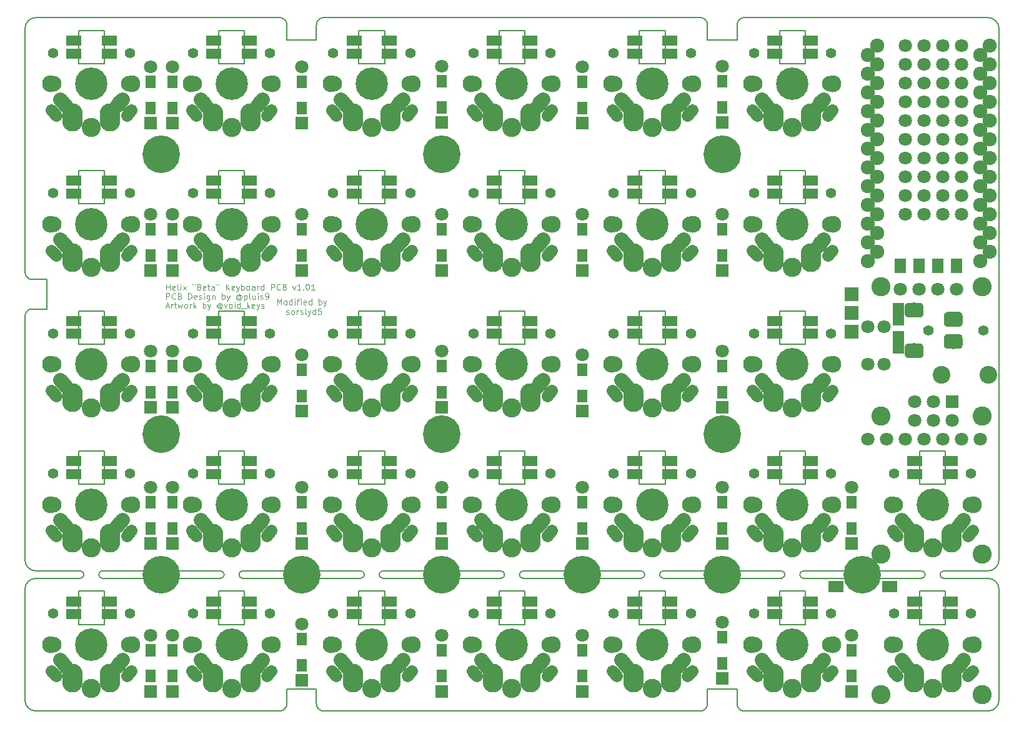
<source format=gbr>
G04 #@! TF.GenerationSoftware,KiCad,Pcbnew,(5.1.2)-2*
G04 #@! TF.CreationDate,2019-08-20T00:13:47-05:00*
G04 #@! TF.ProjectId,helix,68656c69-782e-46b6-9963-61645f706362,rev?*
G04 #@! TF.SameCoordinates,Original*
G04 #@! TF.FileFunction,Soldermask,Top*
G04 #@! TF.FilePolarity,Negative*
%FSLAX46Y46*%
G04 Gerber Fmt 4.6, Leading zero omitted, Abs format (unit mm)*
G04 Created by KiCad (PCBNEW (5.1.2)-2) date 2019-08-20 00:13:47*
%MOMM*%
%LPD*%
G04 APERTURE LIST*
%ADD10C,0.110000*%
%ADD11C,0.150000*%
%ADD12R,1.550000X1.050000*%
%ADD13C,0.100000*%
%ADD14C,2.000000*%
%ADD15C,1.400000*%
%ADD16C,2.400000*%
%ADD17C,1.797000*%
%ADD18C,1.924000*%
%ADD19C,5.100400*%
%ADD20R,1.797000X1.797000*%
%ADD21R,2.000000X1.400000*%
%ADD22C,2.600000*%
%ADD23R,1.543000X1.035000*%
%ADD24R,1.350000X1.700000*%
%ADD25R,1.035000X1.543000*%
%ADD26R,1.924000X1.924000*%
%ADD27C,2.100000*%
%ADD28C,2.800000*%
%ADD29C,1.950000*%
%ADD30C,1.950000*%
%ADD31C,1.650000*%
%ADD32C,1.650000*%
%ADD33C,2.300000*%
%ADD34C,4.400000*%
G04 APERTURE END LIST*
D10*
X117219047Y-82906904D02*
X117219047Y-82106904D01*
X117485714Y-82678333D01*
X117752380Y-82106904D01*
X117752380Y-82906904D01*
X118247619Y-82906904D02*
X118171428Y-82868809D01*
X118133333Y-82830714D01*
X118095238Y-82754523D01*
X118095238Y-82525952D01*
X118133333Y-82449761D01*
X118171428Y-82411666D01*
X118247619Y-82373571D01*
X118361904Y-82373571D01*
X118438095Y-82411666D01*
X118476190Y-82449761D01*
X118514285Y-82525952D01*
X118514285Y-82754523D01*
X118476190Y-82830714D01*
X118438095Y-82868809D01*
X118361904Y-82906904D01*
X118247619Y-82906904D01*
X119200000Y-82906904D02*
X119200000Y-82106904D01*
X119200000Y-82868809D02*
X119123809Y-82906904D01*
X118971428Y-82906904D01*
X118895238Y-82868809D01*
X118857142Y-82830714D01*
X118819047Y-82754523D01*
X118819047Y-82525952D01*
X118857142Y-82449761D01*
X118895238Y-82411666D01*
X118971428Y-82373571D01*
X119123809Y-82373571D01*
X119200000Y-82411666D01*
X119580952Y-82906904D02*
X119580952Y-82373571D01*
X119580952Y-82106904D02*
X119542857Y-82145000D01*
X119580952Y-82183095D01*
X119619047Y-82145000D01*
X119580952Y-82106904D01*
X119580952Y-82183095D01*
X119847619Y-82373571D02*
X120152380Y-82373571D01*
X119961904Y-82906904D02*
X119961904Y-82221190D01*
X120000000Y-82145000D01*
X120076190Y-82106904D01*
X120152380Y-82106904D01*
X120419047Y-82906904D02*
X120419047Y-82373571D01*
X120419047Y-82106904D02*
X120380952Y-82145000D01*
X120419047Y-82183095D01*
X120457142Y-82145000D01*
X120419047Y-82106904D01*
X120419047Y-82183095D01*
X121104761Y-82868809D02*
X121028571Y-82906904D01*
X120876190Y-82906904D01*
X120800000Y-82868809D01*
X120761904Y-82792619D01*
X120761904Y-82487857D01*
X120800000Y-82411666D01*
X120876190Y-82373571D01*
X121028571Y-82373571D01*
X121104761Y-82411666D01*
X121142857Y-82487857D01*
X121142857Y-82564047D01*
X120761904Y-82640238D01*
X121828571Y-82906904D02*
X121828571Y-82106904D01*
X121828571Y-82868809D02*
X121752380Y-82906904D01*
X121600000Y-82906904D01*
X121523809Y-82868809D01*
X121485714Y-82830714D01*
X121447619Y-82754523D01*
X121447619Y-82525952D01*
X121485714Y-82449761D01*
X121523809Y-82411666D01*
X121600000Y-82373571D01*
X121752380Y-82373571D01*
X121828571Y-82411666D01*
X122819047Y-82906904D02*
X122819047Y-82106904D01*
X122819047Y-82411666D02*
X122895238Y-82373571D01*
X123047619Y-82373571D01*
X123123809Y-82411666D01*
X123161904Y-82449761D01*
X123200000Y-82525952D01*
X123200000Y-82754523D01*
X123161904Y-82830714D01*
X123123809Y-82868809D01*
X123047619Y-82906904D01*
X122895238Y-82906904D01*
X122819047Y-82868809D01*
X123466666Y-82373571D02*
X123657142Y-82906904D01*
X123847619Y-82373571D02*
X123657142Y-82906904D01*
X123580952Y-83097380D01*
X123542857Y-83135476D01*
X123466666Y-83173571D01*
X118438095Y-84178809D02*
X118514285Y-84216904D01*
X118666666Y-84216904D01*
X118742857Y-84178809D01*
X118780952Y-84102619D01*
X118780952Y-84064523D01*
X118742857Y-83988333D01*
X118666666Y-83950238D01*
X118552380Y-83950238D01*
X118476190Y-83912142D01*
X118438095Y-83835952D01*
X118438095Y-83797857D01*
X118476190Y-83721666D01*
X118552380Y-83683571D01*
X118666666Y-83683571D01*
X118742857Y-83721666D01*
X119238095Y-84216904D02*
X119161904Y-84178809D01*
X119123809Y-84140714D01*
X119085714Y-84064523D01*
X119085714Y-83835952D01*
X119123809Y-83759761D01*
X119161904Y-83721666D01*
X119238095Y-83683571D01*
X119352380Y-83683571D01*
X119428571Y-83721666D01*
X119466666Y-83759761D01*
X119504761Y-83835952D01*
X119504761Y-84064523D01*
X119466666Y-84140714D01*
X119428571Y-84178809D01*
X119352380Y-84216904D01*
X119238095Y-84216904D01*
X119847619Y-84216904D02*
X119847619Y-83683571D01*
X119847619Y-83835952D02*
X119885714Y-83759761D01*
X119923809Y-83721666D01*
X120000000Y-83683571D01*
X120076190Y-83683571D01*
X120304761Y-84178809D02*
X120380952Y-84216904D01*
X120533333Y-84216904D01*
X120609523Y-84178809D01*
X120647619Y-84102619D01*
X120647619Y-84064523D01*
X120609523Y-83988333D01*
X120533333Y-83950238D01*
X120419047Y-83950238D01*
X120342857Y-83912142D01*
X120304761Y-83835952D01*
X120304761Y-83797857D01*
X120342857Y-83721666D01*
X120419047Y-83683571D01*
X120533333Y-83683571D01*
X120609523Y-83721666D01*
X121104761Y-84216904D02*
X121028571Y-84178809D01*
X120990476Y-84102619D01*
X120990476Y-83416904D01*
X121333333Y-83683571D02*
X121523809Y-84216904D01*
X121714285Y-83683571D02*
X121523809Y-84216904D01*
X121447619Y-84407380D01*
X121409523Y-84445476D01*
X121333333Y-84483571D01*
X122361904Y-84216904D02*
X122361904Y-83416904D01*
X122361904Y-84178809D02*
X122285714Y-84216904D01*
X122133333Y-84216904D01*
X122057142Y-84178809D01*
X122019047Y-84140714D01*
X121980952Y-84064523D01*
X121980952Y-83835952D01*
X122019047Y-83759761D01*
X122057142Y-83721666D01*
X122133333Y-83683571D01*
X122285714Y-83683571D01*
X122361904Y-83721666D01*
X123123809Y-83416904D02*
X122742857Y-83416904D01*
X122704761Y-83797857D01*
X122742857Y-83759761D01*
X122819047Y-83721666D01*
X123009523Y-83721666D01*
X123085714Y-83759761D01*
X123123809Y-83797857D01*
X123161904Y-83874047D01*
X123161904Y-84064523D01*
X123123809Y-84140714D01*
X123085714Y-84178809D01*
X123009523Y-84216904D01*
X122819047Y-84216904D01*
X122742857Y-84178809D01*
X122704761Y-84140714D01*
D11*
X180500000Y-138000000D02*
X213500000Y-138000000D01*
X179500000Y-135000000D02*
X179500000Y-137000000D01*
X175500000Y-137000000D02*
X175500000Y-135000000D01*
X123500000Y-138000000D02*
X174500000Y-138000000D01*
X117500000Y-138000000D02*
X84500000Y-138000000D01*
X122500000Y-135000000D02*
X122500000Y-137000000D01*
X118500000Y-135000000D02*
X118500000Y-137000000D01*
X83000000Y-84500000D02*
X83000000Y-117500000D01*
X86000000Y-83500000D02*
X84000000Y-83500000D01*
X84000000Y-79500000D02*
X86000000Y-79500000D01*
X83000000Y-45500000D02*
X83000000Y-78500000D01*
X179500000Y-137000000D02*
G75*
G03X180500000Y-138000000I1000000J0D01*
G01*
X174500000Y-138000000D02*
G75*
G03X175500000Y-137000000I0J1000000D01*
G01*
X122500000Y-137000000D02*
G75*
G03X123500000Y-138000000I1000000J0D01*
G01*
X117500000Y-138000000D02*
G75*
G03X118500000Y-137000000I0J1000000D01*
G01*
X84000000Y-83500000D02*
G75*
G03X83000000Y-84500000I0J-1000000D01*
G01*
X83000000Y-78500000D02*
G75*
G03X84000000Y-79500000I1000000J0D01*
G01*
X180500000Y-44000000D02*
X213500000Y-44000000D01*
X179500000Y-45000000D02*
X179500000Y-47000000D01*
X180500000Y-44000000D02*
G75*
G03X179500000Y-45000000I0J-1000000D01*
G01*
X175500000Y-45000000D02*
X175500000Y-47000000D01*
X175500000Y-45000000D02*
G75*
G03X174500000Y-44000000I-1000000J0D01*
G01*
X123500000Y-44000000D02*
X174500000Y-44000000D01*
X122500000Y-47000000D02*
X122500000Y-45000000D01*
X123500000Y-44000000D02*
G75*
G03X122500000Y-45000000I0J-1000000D01*
G01*
X117500000Y-44000000D02*
X84500000Y-44000000D01*
X118500000Y-45000000D02*
X118500000Y-47000000D01*
X118500000Y-45000000D02*
G75*
G03X117500000Y-44000000I-1000000J0D01*
G01*
X175500000Y-135000000D02*
X179500000Y-135000000D01*
X118500000Y-135000000D02*
X122500000Y-135000000D01*
X175500000Y-47000000D02*
X179500000Y-47000000D01*
X118500000Y-47000000D02*
X122500000Y-47000000D01*
X86000000Y-79500000D02*
X86000000Y-83500000D01*
X204250000Y-126250000D02*
X204250000Y-121750000D01*
X207750000Y-126250000D02*
X204250000Y-126250000D01*
X207750000Y-121750000D02*
X207750000Y-126250000D01*
X204250000Y-121750000D02*
X207750000Y-121750000D01*
X185250000Y-126250000D02*
X185250000Y-121750000D01*
X188750000Y-126250000D02*
X185250000Y-126250000D01*
X188750000Y-121750000D02*
X188750000Y-126250000D01*
X185250000Y-121750000D02*
X188750000Y-121750000D01*
X166250000Y-126250000D02*
X166250000Y-121750000D01*
X169750000Y-126250000D02*
X166250000Y-126250000D01*
X169750000Y-121750000D02*
X169750000Y-126250000D01*
X166250000Y-121750000D02*
X169750000Y-121750000D01*
X147250000Y-126250000D02*
X147250000Y-121750000D01*
X150750000Y-126250000D02*
X147250000Y-126250000D01*
X150750000Y-121750000D02*
X150750000Y-126250000D01*
X147250000Y-121750000D02*
X150750000Y-121750000D01*
X128250000Y-126250000D02*
X128250000Y-121750000D01*
X131750000Y-126250000D02*
X128250000Y-126250000D01*
X131750000Y-121750000D02*
X131750000Y-126250000D01*
X128250000Y-121750000D02*
X131750000Y-121750000D01*
X109250000Y-126250000D02*
X109250000Y-121750000D01*
X112750000Y-126250000D02*
X109250000Y-126250000D01*
X112750000Y-121750000D02*
X112750000Y-126250000D01*
X109250000Y-121750000D02*
X112750000Y-121750000D01*
X90250000Y-126250000D02*
X90250000Y-121750000D01*
X93750000Y-126250000D02*
X90250000Y-126250000D01*
X93750000Y-121750000D02*
X93750000Y-126250000D01*
X90250000Y-121750000D02*
X93750000Y-121750000D01*
X90250000Y-107250000D02*
X90250000Y-102750000D01*
X93750000Y-107250000D02*
X90250000Y-107250000D01*
X93750000Y-102750000D02*
X93750000Y-107250000D01*
X90250000Y-102750000D02*
X93750000Y-102750000D01*
X109250000Y-107250000D02*
X109250000Y-102750000D01*
X112750000Y-107250000D02*
X109250000Y-107250000D01*
X112750000Y-102750000D02*
X112750000Y-107250000D01*
X109250000Y-102750000D02*
X112750000Y-102750000D01*
X128250000Y-107250000D02*
X128250000Y-102750000D01*
X131750000Y-107250000D02*
X128250000Y-107250000D01*
X131750000Y-102750000D02*
X131750000Y-107250000D01*
X128250000Y-102750000D02*
X131750000Y-102750000D01*
X147250000Y-107250000D02*
X147250000Y-102750000D01*
X150750000Y-107250000D02*
X147250000Y-107250000D01*
X150750000Y-102750000D02*
X150750000Y-107250000D01*
X147250000Y-102750000D02*
X150750000Y-102750000D01*
X166250000Y-107250000D02*
X166250000Y-102750000D01*
X169750000Y-107250000D02*
X166250000Y-107250000D01*
X169750000Y-102750000D02*
X169750000Y-107250000D01*
X166250000Y-102750000D02*
X169750000Y-102750000D01*
X185250000Y-107250000D02*
X185250000Y-102750000D01*
X188750000Y-107250000D02*
X185250000Y-107250000D01*
X188750000Y-102750000D02*
X188750000Y-107250000D01*
X185250000Y-102750000D02*
X188750000Y-102750000D01*
X204250000Y-107250000D02*
X204250000Y-102750000D01*
X207750000Y-107250000D02*
X204250000Y-107250000D01*
X207750000Y-102750000D02*
X207750000Y-107250000D01*
X204250000Y-102750000D02*
X207750000Y-102750000D01*
X185250000Y-88250000D02*
X185250000Y-83750000D01*
X188750000Y-88250000D02*
X185250000Y-88250000D01*
X188750000Y-83750000D02*
X188750000Y-88250000D01*
X185250000Y-83750000D02*
X188750000Y-83750000D01*
X166250000Y-88250000D02*
X166250000Y-83750000D01*
X169750000Y-88250000D02*
X166250000Y-88250000D01*
X169750000Y-83750000D02*
X169750000Y-88250000D01*
X166250000Y-83750000D02*
X169750000Y-83750000D01*
X147250000Y-88250000D02*
X147250000Y-83750000D01*
X150750000Y-88250000D02*
X147250000Y-88250000D01*
X150750000Y-83750000D02*
X150750000Y-88250000D01*
X147250000Y-83750000D02*
X150750000Y-83750000D01*
X128250000Y-88250000D02*
X128250000Y-83750000D01*
X131750000Y-88250000D02*
X128250000Y-88250000D01*
X131750000Y-83750000D02*
X131750000Y-88250000D01*
X128250000Y-83750000D02*
X131750000Y-83750000D01*
X109250000Y-88250000D02*
X109250000Y-83750000D01*
X112750000Y-88250000D02*
X109250000Y-88250000D01*
X112750000Y-83750000D02*
X112750000Y-88250000D01*
X109250000Y-83750000D02*
X112750000Y-83750000D01*
X90250000Y-88250000D02*
X90250000Y-83750000D01*
X93750000Y-88250000D02*
X90250000Y-88250000D01*
X93750000Y-83750000D02*
X93750000Y-88250000D01*
X90250000Y-83750000D02*
X93750000Y-83750000D01*
X90250000Y-69250000D02*
X90250000Y-64750000D01*
X93750000Y-69250000D02*
X90250000Y-69250000D01*
X93750000Y-64750000D02*
X93750000Y-69250000D01*
X90250000Y-64750000D02*
X93750000Y-64750000D01*
X109250000Y-69250000D02*
X109250000Y-64750000D01*
X112750000Y-69250000D02*
X109250000Y-69250000D01*
X112750000Y-64750000D02*
X112750000Y-69250000D01*
X109250000Y-64750000D02*
X112750000Y-64750000D01*
X128250000Y-69250000D02*
X128250000Y-64750000D01*
X131750000Y-69250000D02*
X128250000Y-69250000D01*
X131750000Y-64750000D02*
X131750000Y-69250000D01*
X128250000Y-64750000D02*
X131750000Y-64750000D01*
X147250000Y-69250000D02*
X147250000Y-64750000D01*
X150750000Y-69250000D02*
X147250000Y-69250000D01*
X150750000Y-64750000D02*
X150750000Y-69250000D01*
X147250000Y-64750000D02*
X150750000Y-64750000D01*
X166250000Y-69250000D02*
X166250000Y-64750000D01*
X169750000Y-69250000D02*
X166250000Y-69250000D01*
X169750000Y-64750000D02*
X169750000Y-69250000D01*
X166250000Y-64750000D02*
X169750000Y-64750000D01*
X185250000Y-69250000D02*
X185250000Y-64750000D01*
X188750000Y-69250000D02*
X185250000Y-69250000D01*
X188750000Y-64750000D02*
X188750000Y-69250000D01*
X185250000Y-64750000D02*
X188750000Y-64750000D01*
X185250000Y-50250000D02*
X185250000Y-45750000D01*
X188750000Y-50250000D02*
X185250000Y-50250000D01*
X188750000Y-45750000D02*
X188750000Y-50250000D01*
X185250000Y-45750000D02*
X188750000Y-45750000D01*
X166250000Y-50250000D02*
X166250000Y-45750000D01*
X169750000Y-50250000D02*
X166250000Y-50250000D01*
X169750000Y-45750000D02*
X169750000Y-50250000D01*
X166250000Y-45750000D02*
X169750000Y-45750000D01*
X147250000Y-50250000D02*
X147250000Y-45750000D01*
X150750000Y-50250000D02*
X147250000Y-50250000D01*
X150750000Y-45750000D02*
X150750000Y-50250000D01*
X147250000Y-45750000D02*
X150750000Y-45750000D01*
X128250000Y-50250000D02*
X128250000Y-45750000D01*
X131750000Y-50250000D02*
X128250000Y-50250000D01*
X131750000Y-45750000D02*
X131750000Y-50250000D01*
X128250000Y-45750000D02*
X131750000Y-45750000D01*
X109250000Y-50250000D02*
X109250000Y-45750000D01*
X112750000Y-50250000D02*
X109250000Y-50250000D01*
X112750000Y-45750000D02*
X112750000Y-50250000D01*
X109250000Y-45750000D02*
X112750000Y-45750000D01*
X90250000Y-50250000D02*
X90250000Y-45750000D01*
X93750000Y-50250000D02*
X90250000Y-50250000D01*
X93750000Y-45750000D02*
X93750000Y-50250000D01*
X90250000Y-45750000D02*
X93750000Y-45750000D01*
D10*
X102121428Y-83133333D02*
X102502380Y-83133333D01*
X102045238Y-83361904D02*
X102311904Y-82561904D01*
X102578571Y-83361904D01*
X102845238Y-83361904D02*
X102845238Y-82828571D01*
X102845238Y-82980952D02*
X102883333Y-82904761D01*
X102921428Y-82866666D01*
X102997619Y-82828571D01*
X103073809Y-82828571D01*
X103226190Y-82828571D02*
X103530952Y-82828571D01*
X103340476Y-82561904D02*
X103340476Y-83247619D01*
X103378571Y-83323809D01*
X103454761Y-83361904D01*
X103530952Y-83361904D01*
X103721428Y-82828571D02*
X103873809Y-83361904D01*
X104026190Y-82980952D01*
X104178571Y-83361904D01*
X104330952Y-82828571D01*
X104750000Y-83361904D02*
X104673809Y-83323809D01*
X104635714Y-83285714D01*
X104597619Y-83209523D01*
X104597619Y-82980952D01*
X104635714Y-82904761D01*
X104673809Y-82866666D01*
X104750000Y-82828571D01*
X104864285Y-82828571D01*
X104940476Y-82866666D01*
X104978571Y-82904761D01*
X105016666Y-82980952D01*
X105016666Y-83209523D01*
X104978571Y-83285714D01*
X104940476Y-83323809D01*
X104864285Y-83361904D01*
X104750000Y-83361904D01*
X105359523Y-83361904D02*
X105359523Y-82828571D01*
X105359523Y-82980952D02*
X105397619Y-82904761D01*
X105435714Y-82866666D01*
X105511904Y-82828571D01*
X105588095Y-82828571D01*
X105854761Y-83361904D02*
X105854761Y-82561904D01*
X105930952Y-83057142D02*
X106159523Y-83361904D01*
X106159523Y-82828571D02*
X105854761Y-83133333D01*
X107111904Y-83361904D02*
X107111904Y-82561904D01*
X107111904Y-82866666D02*
X107188095Y-82828571D01*
X107340476Y-82828571D01*
X107416666Y-82866666D01*
X107454761Y-82904761D01*
X107492857Y-82980952D01*
X107492857Y-83209523D01*
X107454761Y-83285714D01*
X107416666Y-83323809D01*
X107340476Y-83361904D01*
X107188095Y-83361904D01*
X107111904Y-83323809D01*
X107759523Y-82828571D02*
X107950000Y-83361904D01*
X108140476Y-82828571D02*
X107950000Y-83361904D01*
X107873809Y-83552380D01*
X107835714Y-83590476D01*
X107759523Y-83628571D01*
X109550000Y-82980952D02*
X109511904Y-82942857D01*
X109435714Y-82904761D01*
X109359523Y-82904761D01*
X109283333Y-82942857D01*
X109245238Y-82980952D01*
X109207142Y-83057142D01*
X109207142Y-83133333D01*
X109245238Y-83209523D01*
X109283333Y-83247619D01*
X109359523Y-83285714D01*
X109435714Y-83285714D01*
X109511904Y-83247619D01*
X109550000Y-83209523D01*
X109550000Y-82904761D02*
X109550000Y-83209523D01*
X109588095Y-83247619D01*
X109626190Y-83247619D01*
X109702380Y-83209523D01*
X109740476Y-83133333D01*
X109740476Y-82942857D01*
X109664285Y-82828571D01*
X109550000Y-82752380D01*
X109397619Y-82714285D01*
X109245238Y-82752380D01*
X109130952Y-82828571D01*
X109054761Y-82942857D01*
X109016666Y-83095238D01*
X109054761Y-83247619D01*
X109130952Y-83361904D01*
X109245238Y-83438095D01*
X109397619Y-83476190D01*
X109550000Y-83438095D01*
X109664285Y-83361904D01*
X110007142Y-82828571D02*
X110197619Y-83361904D01*
X110388095Y-82828571D01*
X110807142Y-83361904D02*
X110730952Y-83323809D01*
X110692857Y-83285714D01*
X110654761Y-83209523D01*
X110654761Y-82980952D01*
X110692857Y-82904761D01*
X110730952Y-82866666D01*
X110807142Y-82828571D01*
X110921428Y-82828571D01*
X110997619Y-82866666D01*
X111035714Y-82904761D01*
X111073809Y-82980952D01*
X111073809Y-83209523D01*
X111035714Y-83285714D01*
X110997619Y-83323809D01*
X110921428Y-83361904D01*
X110807142Y-83361904D01*
X111416666Y-83361904D02*
X111416666Y-82828571D01*
X111416666Y-82561904D02*
X111378571Y-82600000D01*
X111416666Y-82638095D01*
X111454761Y-82600000D01*
X111416666Y-82561904D01*
X111416666Y-82638095D01*
X112140476Y-83361904D02*
X112140476Y-82561904D01*
X112140476Y-83323809D02*
X112064285Y-83361904D01*
X111911904Y-83361904D01*
X111835714Y-83323809D01*
X111797619Y-83285714D01*
X111759523Y-83209523D01*
X111759523Y-82980952D01*
X111797619Y-82904761D01*
X111835714Y-82866666D01*
X111911904Y-82828571D01*
X112064285Y-82828571D01*
X112140476Y-82866666D01*
X112330952Y-83438095D02*
X112940476Y-83438095D01*
X113130952Y-83361904D02*
X113130952Y-82561904D01*
X113207142Y-83057142D02*
X113435714Y-83361904D01*
X113435714Y-82828571D02*
X113130952Y-83133333D01*
X114083333Y-83323809D02*
X114007142Y-83361904D01*
X113854761Y-83361904D01*
X113778571Y-83323809D01*
X113740476Y-83247619D01*
X113740476Y-82942857D01*
X113778571Y-82866666D01*
X113854761Y-82828571D01*
X114007142Y-82828571D01*
X114083333Y-82866666D01*
X114121428Y-82942857D01*
X114121428Y-83019047D01*
X113740476Y-83095238D01*
X114388095Y-82828571D02*
X114578571Y-83361904D01*
X114769047Y-82828571D02*
X114578571Y-83361904D01*
X114502380Y-83552380D01*
X114464285Y-83590476D01*
X114388095Y-83628571D01*
X115035714Y-83323809D02*
X115111904Y-83361904D01*
X115264285Y-83361904D01*
X115340476Y-83323809D01*
X115378571Y-83247619D01*
X115378571Y-83209523D01*
X115340476Y-83133333D01*
X115264285Y-83095238D01*
X115150000Y-83095238D01*
X115073809Y-83057142D01*
X115035714Y-82980952D01*
X115035714Y-82942857D01*
X115073809Y-82866666D01*
X115150000Y-82828571D01*
X115264285Y-82828571D01*
X115340476Y-82866666D01*
X102135714Y-82161904D02*
X102135714Y-81361904D01*
X102440476Y-81361904D01*
X102516666Y-81400000D01*
X102554761Y-81438095D01*
X102592857Y-81514285D01*
X102592857Y-81628571D01*
X102554761Y-81704761D01*
X102516666Y-81742857D01*
X102440476Y-81780952D01*
X102135714Y-81780952D01*
X103392857Y-82085714D02*
X103354761Y-82123809D01*
X103240476Y-82161904D01*
X103164285Y-82161904D01*
X103050000Y-82123809D01*
X102973809Y-82047619D01*
X102935714Y-81971428D01*
X102897619Y-81819047D01*
X102897619Y-81704761D01*
X102935714Y-81552380D01*
X102973809Y-81476190D01*
X103050000Y-81400000D01*
X103164285Y-81361904D01*
X103240476Y-81361904D01*
X103354761Y-81400000D01*
X103392857Y-81438095D01*
X104002380Y-81742857D02*
X104116666Y-81780952D01*
X104154761Y-81819047D01*
X104192857Y-81895238D01*
X104192857Y-82009523D01*
X104154761Y-82085714D01*
X104116666Y-82123809D01*
X104040476Y-82161904D01*
X103735714Y-82161904D01*
X103735714Y-81361904D01*
X104002380Y-81361904D01*
X104078571Y-81400000D01*
X104116666Y-81438095D01*
X104154761Y-81514285D01*
X104154761Y-81590476D01*
X104116666Y-81666666D01*
X104078571Y-81704761D01*
X104002380Y-81742857D01*
X103735714Y-81742857D01*
X105145238Y-82161904D02*
X105145238Y-81361904D01*
X105335714Y-81361904D01*
X105450000Y-81400000D01*
X105526190Y-81476190D01*
X105564285Y-81552380D01*
X105602380Y-81704761D01*
X105602380Y-81819047D01*
X105564285Y-81971428D01*
X105526190Y-82047619D01*
X105450000Y-82123809D01*
X105335714Y-82161904D01*
X105145238Y-82161904D01*
X106250000Y-82123809D02*
X106173809Y-82161904D01*
X106021428Y-82161904D01*
X105945238Y-82123809D01*
X105907142Y-82047619D01*
X105907142Y-81742857D01*
X105945238Y-81666666D01*
X106021428Y-81628571D01*
X106173809Y-81628571D01*
X106250000Y-81666666D01*
X106288095Y-81742857D01*
X106288095Y-81819047D01*
X105907142Y-81895238D01*
X106592857Y-82123809D02*
X106669047Y-82161904D01*
X106821428Y-82161904D01*
X106897619Y-82123809D01*
X106935714Y-82047619D01*
X106935714Y-82009523D01*
X106897619Y-81933333D01*
X106821428Y-81895238D01*
X106707142Y-81895238D01*
X106630952Y-81857142D01*
X106592857Y-81780952D01*
X106592857Y-81742857D01*
X106630952Y-81666666D01*
X106707142Y-81628571D01*
X106821428Y-81628571D01*
X106897619Y-81666666D01*
X107278571Y-82161904D02*
X107278571Y-81628571D01*
X107278571Y-81361904D02*
X107240476Y-81400000D01*
X107278571Y-81438095D01*
X107316666Y-81400000D01*
X107278571Y-81361904D01*
X107278571Y-81438095D01*
X108002380Y-81628571D02*
X108002380Y-82276190D01*
X107964285Y-82352380D01*
X107926190Y-82390476D01*
X107850000Y-82428571D01*
X107735714Y-82428571D01*
X107659523Y-82390476D01*
X108002380Y-82123809D02*
X107926190Y-82161904D01*
X107773809Y-82161904D01*
X107697619Y-82123809D01*
X107659523Y-82085714D01*
X107621428Y-82009523D01*
X107621428Y-81780952D01*
X107659523Y-81704761D01*
X107697619Y-81666666D01*
X107773809Y-81628571D01*
X107926190Y-81628571D01*
X108002380Y-81666666D01*
X108383333Y-81628571D02*
X108383333Y-82161904D01*
X108383333Y-81704761D02*
X108421428Y-81666666D01*
X108497619Y-81628571D01*
X108611904Y-81628571D01*
X108688095Y-81666666D01*
X108726190Y-81742857D01*
X108726190Y-82161904D01*
X109716666Y-82161904D02*
X109716666Y-81361904D01*
X109716666Y-81666666D02*
X109792857Y-81628571D01*
X109945238Y-81628571D01*
X110021428Y-81666666D01*
X110059523Y-81704761D01*
X110097619Y-81780952D01*
X110097619Y-82009523D01*
X110059523Y-82085714D01*
X110021428Y-82123809D01*
X109945238Y-82161904D01*
X109792857Y-82161904D01*
X109716666Y-82123809D01*
X110364285Y-81628571D02*
X110554761Y-82161904D01*
X110745238Y-81628571D02*
X110554761Y-82161904D01*
X110478571Y-82352380D01*
X110440476Y-82390476D01*
X110364285Y-82428571D01*
X112154761Y-81780952D02*
X112116666Y-81742857D01*
X112040476Y-81704761D01*
X111964285Y-81704761D01*
X111888095Y-81742857D01*
X111850000Y-81780952D01*
X111811904Y-81857142D01*
X111811904Y-81933333D01*
X111850000Y-82009523D01*
X111888095Y-82047619D01*
X111964285Y-82085714D01*
X112040476Y-82085714D01*
X112116666Y-82047619D01*
X112154761Y-82009523D01*
X112154761Y-81704761D02*
X112154761Y-82009523D01*
X112192857Y-82047619D01*
X112230952Y-82047619D01*
X112307142Y-82009523D01*
X112345238Y-81933333D01*
X112345238Y-81742857D01*
X112269047Y-81628571D01*
X112154761Y-81552380D01*
X112002380Y-81514285D01*
X111850000Y-81552380D01*
X111735714Y-81628571D01*
X111659523Y-81742857D01*
X111621428Y-81895238D01*
X111659523Y-82047619D01*
X111735714Y-82161904D01*
X111850000Y-82238095D01*
X112002380Y-82276190D01*
X112154761Y-82238095D01*
X112269047Y-82161904D01*
X112688095Y-81628571D02*
X112688095Y-82428571D01*
X112688095Y-81666666D02*
X112764285Y-81628571D01*
X112916666Y-81628571D01*
X112992857Y-81666666D01*
X113030952Y-81704761D01*
X113069047Y-81780952D01*
X113069047Y-82009523D01*
X113030952Y-82085714D01*
X112992857Y-82123809D01*
X112916666Y-82161904D01*
X112764285Y-82161904D01*
X112688095Y-82123809D01*
X113526190Y-82161904D02*
X113450000Y-82123809D01*
X113411904Y-82047619D01*
X113411904Y-81361904D01*
X114173809Y-81628571D02*
X114173809Y-82161904D01*
X113830952Y-81628571D02*
X113830952Y-82047619D01*
X113869047Y-82123809D01*
X113945238Y-82161904D01*
X114059523Y-82161904D01*
X114135714Y-82123809D01*
X114173809Y-82085714D01*
X114554761Y-82161904D02*
X114554761Y-81628571D01*
X114554761Y-81361904D02*
X114516666Y-81400000D01*
X114554761Y-81438095D01*
X114592857Y-81400000D01*
X114554761Y-81361904D01*
X114554761Y-81438095D01*
X114897619Y-82123809D02*
X114973809Y-82161904D01*
X115126190Y-82161904D01*
X115202380Y-82123809D01*
X115240476Y-82047619D01*
X115240476Y-82009523D01*
X115202380Y-81933333D01*
X115126190Y-81895238D01*
X115011904Y-81895238D01*
X114935714Y-81857142D01*
X114897619Y-81780952D01*
X114897619Y-81742857D01*
X114935714Y-81666666D01*
X115011904Y-81628571D01*
X115126190Y-81628571D01*
X115202380Y-81666666D01*
X115621428Y-82161904D02*
X115773809Y-82161904D01*
X115850000Y-82123809D01*
X115888095Y-82085714D01*
X115964285Y-81971428D01*
X116002380Y-81819047D01*
X116002380Y-81514285D01*
X115964285Y-81438095D01*
X115926190Y-81400000D01*
X115850000Y-81361904D01*
X115697619Y-81361904D01*
X115621428Y-81400000D01*
X115583333Y-81438095D01*
X115545238Y-81514285D01*
X115545238Y-81704761D01*
X115583333Y-81780952D01*
X115621428Y-81819047D01*
X115697619Y-81857142D01*
X115850000Y-81857142D01*
X115926190Y-81819047D01*
X115964285Y-81780952D01*
X116002380Y-81704761D01*
X102161904Y-80911904D02*
X102161904Y-80111904D01*
X102161904Y-80492857D02*
X102619047Y-80492857D01*
X102619047Y-80911904D02*
X102619047Y-80111904D01*
X103304761Y-80873809D02*
X103228571Y-80911904D01*
X103076190Y-80911904D01*
X103000000Y-80873809D01*
X102961904Y-80797619D01*
X102961904Y-80492857D01*
X103000000Y-80416666D01*
X103076190Y-80378571D01*
X103228571Y-80378571D01*
X103304761Y-80416666D01*
X103342857Y-80492857D01*
X103342857Y-80569047D01*
X102961904Y-80645238D01*
X103800000Y-80911904D02*
X103723809Y-80873809D01*
X103685714Y-80797619D01*
X103685714Y-80111904D01*
X104104761Y-80911904D02*
X104104761Y-80378571D01*
X104104761Y-80111904D02*
X104066666Y-80150000D01*
X104104761Y-80188095D01*
X104142857Y-80150000D01*
X104104761Y-80111904D01*
X104104761Y-80188095D01*
X104409523Y-80911904D02*
X104828571Y-80378571D01*
X104409523Y-80378571D02*
X104828571Y-80911904D01*
X105704761Y-80111904D02*
X105704761Y-80264285D01*
X106009523Y-80111904D02*
X106009523Y-80264285D01*
X106619047Y-80492857D02*
X106733333Y-80530952D01*
X106771428Y-80569047D01*
X106809523Y-80645238D01*
X106809523Y-80759523D01*
X106771428Y-80835714D01*
X106733333Y-80873809D01*
X106657142Y-80911904D01*
X106352380Y-80911904D01*
X106352380Y-80111904D01*
X106619047Y-80111904D01*
X106695238Y-80150000D01*
X106733333Y-80188095D01*
X106771428Y-80264285D01*
X106771428Y-80340476D01*
X106733333Y-80416666D01*
X106695238Y-80454761D01*
X106619047Y-80492857D01*
X106352380Y-80492857D01*
X107457142Y-80873809D02*
X107380952Y-80911904D01*
X107228571Y-80911904D01*
X107152380Y-80873809D01*
X107114285Y-80797619D01*
X107114285Y-80492857D01*
X107152380Y-80416666D01*
X107228571Y-80378571D01*
X107380952Y-80378571D01*
X107457142Y-80416666D01*
X107495238Y-80492857D01*
X107495238Y-80569047D01*
X107114285Y-80645238D01*
X107723809Y-80378571D02*
X108028571Y-80378571D01*
X107838095Y-80111904D02*
X107838095Y-80797619D01*
X107876190Y-80873809D01*
X107952380Y-80911904D01*
X108028571Y-80911904D01*
X108638095Y-80911904D02*
X108638095Y-80492857D01*
X108600000Y-80416666D01*
X108523809Y-80378571D01*
X108371428Y-80378571D01*
X108295238Y-80416666D01*
X108638095Y-80873809D02*
X108561904Y-80911904D01*
X108371428Y-80911904D01*
X108295238Y-80873809D01*
X108257142Y-80797619D01*
X108257142Y-80721428D01*
X108295238Y-80645238D01*
X108371428Y-80607142D01*
X108561904Y-80607142D01*
X108638095Y-80569047D01*
X108980952Y-80111904D02*
X108980952Y-80264285D01*
X109285714Y-80111904D02*
X109285714Y-80264285D01*
X110238095Y-80911904D02*
X110238095Y-80111904D01*
X110695238Y-80911904D02*
X110352380Y-80454761D01*
X110695238Y-80111904D02*
X110238095Y-80569047D01*
X111342857Y-80873809D02*
X111266666Y-80911904D01*
X111114285Y-80911904D01*
X111038095Y-80873809D01*
X111000000Y-80797619D01*
X111000000Y-80492857D01*
X111038095Y-80416666D01*
X111114285Y-80378571D01*
X111266666Y-80378571D01*
X111342857Y-80416666D01*
X111380952Y-80492857D01*
X111380952Y-80569047D01*
X111000000Y-80645238D01*
X111647619Y-80378571D02*
X111838095Y-80911904D01*
X112028571Y-80378571D02*
X111838095Y-80911904D01*
X111761904Y-81102380D01*
X111723809Y-81140476D01*
X111647619Y-81178571D01*
X112333333Y-80911904D02*
X112333333Y-80111904D01*
X112333333Y-80416666D02*
X112409523Y-80378571D01*
X112561904Y-80378571D01*
X112638095Y-80416666D01*
X112676190Y-80454761D01*
X112714285Y-80530952D01*
X112714285Y-80759523D01*
X112676190Y-80835714D01*
X112638095Y-80873809D01*
X112561904Y-80911904D01*
X112409523Y-80911904D01*
X112333333Y-80873809D01*
X113171428Y-80911904D02*
X113095238Y-80873809D01*
X113057142Y-80835714D01*
X113019047Y-80759523D01*
X113019047Y-80530952D01*
X113057142Y-80454761D01*
X113095238Y-80416666D01*
X113171428Y-80378571D01*
X113285714Y-80378571D01*
X113361904Y-80416666D01*
X113400000Y-80454761D01*
X113438095Y-80530952D01*
X113438095Y-80759523D01*
X113400000Y-80835714D01*
X113361904Y-80873809D01*
X113285714Y-80911904D01*
X113171428Y-80911904D01*
X114123809Y-80911904D02*
X114123809Y-80492857D01*
X114085714Y-80416666D01*
X114009523Y-80378571D01*
X113857142Y-80378571D01*
X113780952Y-80416666D01*
X114123809Y-80873809D02*
X114047619Y-80911904D01*
X113857142Y-80911904D01*
X113780952Y-80873809D01*
X113742857Y-80797619D01*
X113742857Y-80721428D01*
X113780952Y-80645238D01*
X113857142Y-80607142D01*
X114047619Y-80607142D01*
X114123809Y-80569047D01*
X114504761Y-80911904D02*
X114504761Y-80378571D01*
X114504761Y-80530952D02*
X114542857Y-80454761D01*
X114580952Y-80416666D01*
X114657142Y-80378571D01*
X114733333Y-80378571D01*
X115342857Y-80911904D02*
X115342857Y-80111904D01*
X115342857Y-80873809D02*
X115266666Y-80911904D01*
X115114285Y-80911904D01*
X115038095Y-80873809D01*
X115000000Y-80835714D01*
X114961904Y-80759523D01*
X114961904Y-80530952D01*
X115000000Y-80454761D01*
X115038095Y-80416666D01*
X115114285Y-80378571D01*
X115266666Y-80378571D01*
X115342857Y-80416666D01*
X116333333Y-80911904D02*
X116333333Y-80111904D01*
X116638095Y-80111904D01*
X116714285Y-80150000D01*
X116752380Y-80188095D01*
X116790476Y-80264285D01*
X116790476Y-80378571D01*
X116752380Y-80454761D01*
X116714285Y-80492857D01*
X116638095Y-80530952D01*
X116333333Y-80530952D01*
X117590476Y-80835714D02*
X117552380Y-80873809D01*
X117438095Y-80911904D01*
X117361904Y-80911904D01*
X117247619Y-80873809D01*
X117171428Y-80797619D01*
X117133333Y-80721428D01*
X117095238Y-80569047D01*
X117095238Y-80454761D01*
X117133333Y-80302380D01*
X117171428Y-80226190D01*
X117247619Y-80150000D01*
X117361904Y-80111904D01*
X117438095Y-80111904D01*
X117552380Y-80150000D01*
X117590476Y-80188095D01*
X118200000Y-80492857D02*
X118314285Y-80530952D01*
X118352380Y-80569047D01*
X118390476Y-80645238D01*
X118390476Y-80759523D01*
X118352380Y-80835714D01*
X118314285Y-80873809D01*
X118238095Y-80911904D01*
X117933333Y-80911904D01*
X117933333Y-80111904D01*
X118200000Y-80111904D01*
X118276190Y-80150000D01*
X118314285Y-80188095D01*
X118352380Y-80264285D01*
X118352380Y-80340476D01*
X118314285Y-80416666D01*
X118276190Y-80454761D01*
X118200000Y-80492857D01*
X117933333Y-80492857D01*
X119266666Y-80378571D02*
X119457142Y-80911904D01*
X119647619Y-80378571D01*
X120371428Y-80911904D02*
X119914285Y-80911904D01*
X120142857Y-80911904D02*
X120142857Y-80111904D01*
X120066666Y-80226190D01*
X119990476Y-80302380D01*
X119914285Y-80340476D01*
X120714285Y-80835714D02*
X120752380Y-80873809D01*
X120714285Y-80911904D01*
X120676190Y-80873809D01*
X120714285Y-80835714D01*
X120714285Y-80911904D01*
X121247619Y-80111904D02*
X121323809Y-80111904D01*
X121400000Y-80150000D01*
X121438095Y-80188095D01*
X121476190Y-80264285D01*
X121514285Y-80416666D01*
X121514285Y-80607142D01*
X121476190Y-80759523D01*
X121438095Y-80835714D01*
X121400000Y-80873809D01*
X121323809Y-80911904D01*
X121247619Y-80911904D01*
X121171428Y-80873809D01*
X121133333Y-80835714D01*
X121095238Y-80759523D01*
X121057142Y-80607142D01*
X121057142Y-80416666D01*
X121095238Y-80264285D01*
X121133333Y-80188095D01*
X121171428Y-80150000D01*
X121247619Y-80111904D01*
X122276190Y-80911904D02*
X121819047Y-80911904D01*
X122047619Y-80911904D02*
X122047619Y-80111904D01*
X121971428Y-80226190D01*
X121895238Y-80302380D01*
X121819047Y-80340476D01*
D11*
X204500000Y-120000000D02*
X188500000Y-120000000D01*
X188500000Y-119000000D02*
X204500000Y-119000000D01*
X185500000Y-120000000D02*
X169500000Y-120000000D01*
X169500000Y-119000000D02*
X185500000Y-119000000D01*
X166500000Y-120000000D02*
X150500000Y-120000000D01*
X150500000Y-119000000D02*
X166500000Y-119000000D01*
X147500000Y-120000000D02*
X131500000Y-120000000D01*
X131500000Y-119000000D02*
X147500000Y-119000000D01*
X128500000Y-120000000D02*
X112500000Y-120000000D01*
X112500000Y-119000000D02*
X128500000Y-119000000D01*
X93500000Y-120000000D02*
X109500000Y-120000000D01*
X93500000Y-119000000D02*
X109500000Y-119000000D01*
X90500000Y-120000000D02*
X84500000Y-120000000D01*
X84500000Y-119000000D02*
X90500000Y-119000000D01*
X215000000Y-117500000D02*
X215000000Y-45500000D01*
X207500000Y-119000000D02*
X213500000Y-119000000D01*
X213500000Y-120000000D02*
X207500000Y-120000000D01*
X215000000Y-136500000D02*
X215000000Y-121500000D01*
X83000000Y-121500000D02*
X83000000Y-136500000D01*
X215000000Y-45500000D02*
G75*
G03X213500000Y-44000000I-1500000J0D01*
G01*
X84500000Y-44000000D02*
G75*
G03X83000000Y-45500000I0J-1500000D01*
G01*
X207000000Y-119500000D02*
G75*
G03X207500000Y-120000000I500000J0D01*
G01*
X207500000Y-119000000D02*
G75*
G03X207000000Y-119500000I0J-500000D01*
G01*
X204500000Y-120000000D02*
G75*
G03X205000000Y-119500000I0J500000D01*
G01*
X205000000Y-119500000D02*
G75*
G03X204500000Y-119000000I-500000J0D01*
G01*
X188000000Y-119500000D02*
G75*
G03X188500000Y-120000000I500000J0D01*
G01*
X188500000Y-119000000D02*
G75*
G03X188000000Y-119500000I0J-500000D01*
G01*
X185500000Y-120000000D02*
G75*
G03X186000000Y-119500000I0J500000D01*
G01*
X186000000Y-119500000D02*
G75*
G03X185500000Y-119000000I-500000J0D01*
G01*
X169000000Y-119500000D02*
G75*
G03X169500000Y-120000000I500000J0D01*
G01*
X169500000Y-119000000D02*
G75*
G03X169000000Y-119500000I0J-500000D01*
G01*
X166500000Y-120000000D02*
G75*
G03X167000000Y-119500000I0J500000D01*
G01*
X167000000Y-119500000D02*
G75*
G03X166500000Y-119000000I-500000J0D01*
G01*
X150000000Y-119500000D02*
G75*
G03X150500000Y-120000000I500000J0D01*
G01*
X150500000Y-119000000D02*
G75*
G03X150000000Y-119500000I0J-500000D01*
G01*
X147500000Y-120000000D02*
G75*
G03X148000000Y-119500000I0J500000D01*
G01*
X148000000Y-119500000D02*
G75*
G03X147500000Y-119000000I-500000J0D01*
G01*
X131000000Y-119500000D02*
G75*
G03X131500000Y-120000000I500000J0D01*
G01*
X131500000Y-119000000D02*
G75*
G03X131000000Y-119500000I0J-500000D01*
G01*
X128500000Y-120000000D02*
G75*
G03X129000000Y-119500000I0J500000D01*
G01*
X129000000Y-119500000D02*
G75*
G03X128500000Y-119000000I-500000J0D01*
G01*
X112000000Y-119500000D02*
G75*
G03X112500000Y-120000000I500000J0D01*
G01*
X112500000Y-119000000D02*
G75*
G03X112000000Y-119500000I0J-500000D01*
G01*
X109500000Y-120000000D02*
G75*
G03X110000000Y-119500000I0J500000D01*
G01*
X110000000Y-119500000D02*
G75*
G03X109500000Y-119000000I-500000J0D01*
G01*
X93000000Y-119500000D02*
G75*
G03X93500000Y-120000000I500000J0D01*
G01*
X93500000Y-119000000D02*
G75*
G03X93000000Y-119500000I0J-500000D01*
G01*
X90500000Y-120000000D02*
G75*
G03X91000000Y-119500000I0J500000D01*
G01*
X91000000Y-119500000D02*
G75*
G03X90500000Y-119000000I-500000J0D01*
G01*
X83000000Y-117500000D02*
G75*
G03X84500000Y-119000000I1500000J0D01*
G01*
X84500000Y-120000000D02*
G75*
G03X83000000Y-121500000I0J-1500000D01*
G01*
X83000000Y-136500000D02*
G75*
G03X84500000Y-138000000I1500000J0D01*
G01*
X213500000Y-138000000D02*
G75*
G03X215000000Y-136500000I0J1500000D01*
G01*
X215000000Y-121500000D02*
G75*
G03X213500000Y-120000000I-1500000J0D01*
G01*
X213500000Y-119000000D02*
G75*
G03X215000000Y-117500000I0J1500000D01*
G01*
D12*
X201400000Y-87000000D03*
X201400000Y-89000000D03*
X201400000Y-88000000D03*
X201400000Y-85200000D03*
X201400000Y-83200000D03*
X201400000Y-84200000D03*
D13*
G36*
X209599009Y-86902408D02*
G01*
X209647545Y-86909607D01*
X209695142Y-86921530D01*
X209741342Y-86938060D01*
X209785698Y-86959039D01*
X209827785Y-86984265D01*
X209867197Y-87013495D01*
X209903553Y-87046447D01*
X209936505Y-87082803D01*
X209965735Y-87122215D01*
X209990961Y-87164302D01*
X210011940Y-87208658D01*
X210028470Y-87254858D01*
X210040393Y-87302455D01*
X210047592Y-87350991D01*
X210050000Y-87400000D01*
X210050000Y-88400000D01*
X210047592Y-88449009D01*
X210040393Y-88497545D01*
X210028470Y-88545142D01*
X210011940Y-88591342D01*
X209990961Y-88635698D01*
X209965735Y-88677785D01*
X209936505Y-88717197D01*
X209903553Y-88753553D01*
X209867197Y-88786505D01*
X209827785Y-88815735D01*
X209785698Y-88840961D01*
X209741342Y-88861940D01*
X209695142Y-88878470D01*
X209647545Y-88890393D01*
X209599009Y-88897592D01*
X209550000Y-88900000D01*
X208050000Y-88900000D01*
X208000991Y-88897592D01*
X207952455Y-88890393D01*
X207904858Y-88878470D01*
X207858658Y-88861940D01*
X207814302Y-88840961D01*
X207772215Y-88815735D01*
X207732803Y-88786505D01*
X207696447Y-88753553D01*
X207663495Y-88717197D01*
X207634265Y-88677785D01*
X207609039Y-88635698D01*
X207588060Y-88591342D01*
X207571530Y-88545142D01*
X207559607Y-88497545D01*
X207552408Y-88449009D01*
X207550000Y-88400000D01*
X207550000Y-87400000D01*
X207552408Y-87350991D01*
X207559607Y-87302455D01*
X207571530Y-87254858D01*
X207588060Y-87208658D01*
X207609039Y-87164302D01*
X207634265Y-87122215D01*
X207663495Y-87082803D01*
X207696447Y-87046447D01*
X207732803Y-87013495D01*
X207772215Y-86984265D01*
X207814302Y-86959039D01*
X207858658Y-86938060D01*
X207904858Y-86921530D01*
X207952455Y-86909607D01*
X208000991Y-86902408D01*
X208050000Y-86900000D01*
X209550000Y-86900000D01*
X209599009Y-86902408D01*
X209599009Y-86902408D01*
G37*
D14*
X208800000Y-87900000D03*
D13*
G36*
X204299009Y-82652408D02*
G01*
X204347545Y-82659607D01*
X204395142Y-82671530D01*
X204441342Y-82688060D01*
X204485698Y-82709039D01*
X204527785Y-82734265D01*
X204567197Y-82763495D01*
X204603553Y-82796447D01*
X204636505Y-82832803D01*
X204665735Y-82872215D01*
X204690961Y-82914302D01*
X204711940Y-82958658D01*
X204728470Y-83004858D01*
X204740393Y-83052455D01*
X204747592Y-83100991D01*
X204750000Y-83150000D01*
X204750000Y-84150000D01*
X204747592Y-84199009D01*
X204740393Y-84247545D01*
X204728470Y-84295142D01*
X204711940Y-84341342D01*
X204690961Y-84385698D01*
X204665735Y-84427785D01*
X204636505Y-84467197D01*
X204603553Y-84503553D01*
X204567197Y-84536505D01*
X204527785Y-84565735D01*
X204485698Y-84590961D01*
X204441342Y-84611940D01*
X204395142Y-84628470D01*
X204347545Y-84640393D01*
X204299009Y-84647592D01*
X204250000Y-84650000D01*
X202750000Y-84650000D01*
X202700991Y-84647592D01*
X202652455Y-84640393D01*
X202604858Y-84628470D01*
X202558658Y-84611940D01*
X202514302Y-84590961D01*
X202472215Y-84565735D01*
X202432803Y-84536505D01*
X202396447Y-84503553D01*
X202363495Y-84467197D01*
X202334265Y-84427785D01*
X202309039Y-84385698D01*
X202288060Y-84341342D01*
X202271530Y-84295142D01*
X202259607Y-84247545D01*
X202252408Y-84199009D01*
X202250000Y-84150000D01*
X202250000Y-83150000D01*
X202252408Y-83100991D01*
X202259607Y-83052455D01*
X202271530Y-83004858D01*
X202288060Y-82958658D01*
X202309039Y-82914302D01*
X202334265Y-82872215D01*
X202363495Y-82832803D01*
X202396447Y-82796447D01*
X202432803Y-82763495D01*
X202472215Y-82734265D01*
X202514302Y-82709039D01*
X202558658Y-82688060D01*
X202604858Y-82671530D01*
X202652455Y-82659607D01*
X202700991Y-82652408D01*
X202750000Y-82650000D01*
X204250000Y-82650000D01*
X204299009Y-82652408D01*
X204299009Y-82652408D01*
G37*
D14*
X203500000Y-83650000D03*
D13*
G36*
X204299009Y-88152408D02*
G01*
X204347545Y-88159607D01*
X204395142Y-88171530D01*
X204441342Y-88188060D01*
X204485698Y-88209039D01*
X204527785Y-88234265D01*
X204567197Y-88263495D01*
X204603553Y-88296447D01*
X204636505Y-88332803D01*
X204665735Y-88372215D01*
X204690961Y-88414302D01*
X204711940Y-88458658D01*
X204728470Y-88504858D01*
X204740393Y-88552455D01*
X204747592Y-88600991D01*
X204750000Y-88650000D01*
X204750000Y-89650000D01*
X204747592Y-89699009D01*
X204740393Y-89747545D01*
X204728470Y-89795142D01*
X204711940Y-89841342D01*
X204690961Y-89885698D01*
X204665735Y-89927785D01*
X204636505Y-89967197D01*
X204603553Y-90003553D01*
X204567197Y-90036505D01*
X204527785Y-90065735D01*
X204485698Y-90090961D01*
X204441342Y-90111940D01*
X204395142Y-90128470D01*
X204347545Y-90140393D01*
X204299009Y-90147592D01*
X204250000Y-90150000D01*
X202750000Y-90150000D01*
X202700991Y-90147592D01*
X202652455Y-90140393D01*
X202604858Y-90128470D01*
X202558658Y-90111940D01*
X202514302Y-90090961D01*
X202472215Y-90065735D01*
X202432803Y-90036505D01*
X202396447Y-90003553D01*
X202363495Y-89967197D01*
X202334265Y-89927785D01*
X202309039Y-89885698D01*
X202288060Y-89841342D01*
X202271530Y-89795142D01*
X202259607Y-89747545D01*
X202252408Y-89699009D01*
X202250000Y-89650000D01*
X202250000Y-88650000D01*
X202252408Y-88600991D01*
X202259607Y-88552455D01*
X202271530Y-88504858D01*
X202288060Y-88458658D01*
X202309039Y-88414302D01*
X202334265Y-88372215D01*
X202363495Y-88332803D01*
X202396447Y-88296447D01*
X202432803Y-88263495D01*
X202472215Y-88234265D01*
X202514302Y-88209039D01*
X202558658Y-88188060D01*
X202604858Y-88171530D01*
X202652455Y-88159607D01*
X202700991Y-88152408D01*
X202750000Y-88150000D01*
X204250000Y-88150000D01*
X204299009Y-88152408D01*
X204299009Y-88152408D01*
G37*
D14*
X203500000Y-89150000D03*
D13*
G36*
X209599009Y-83902408D02*
G01*
X209647545Y-83909607D01*
X209695142Y-83921530D01*
X209741342Y-83938060D01*
X209785698Y-83959039D01*
X209827785Y-83984265D01*
X209867197Y-84013495D01*
X209903553Y-84046447D01*
X209936505Y-84082803D01*
X209965735Y-84122215D01*
X209990961Y-84164302D01*
X210011940Y-84208658D01*
X210028470Y-84254858D01*
X210040393Y-84302455D01*
X210047592Y-84350991D01*
X210050000Y-84400000D01*
X210050000Y-85400000D01*
X210047592Y-85449009D01*
X210040393Y-85497545D01*
X210028470Y-85545142D01*
X210011940Y-85591342D01*
X209990961Y-85635698D01*
X209965735Y-85677785D01*
X209936505Y-85717197D01*
X209903553Y-85753553D01*
X209867197Y-85786505D01*
X209827785Y-85815735D01*
X209785698Y-85840961D01*
X209741342Y-85861940D01*
X209695142Y-85878470D01*
X209647545Y-85890393D01*
X209599009Y-85897592D01*
X209550000Y-85900000D01*
X208050000Y-85900000D01*
X208000991Y-85897592D01*
X207952455Y-85890393D01*
X207904858Y-85878470D01*
X207858658Y-85861940D01*
X207814302Y-85840961D01*
X207772215Y-85815735D01*
X207732803Y-85786505D01*
X207696447Y-85753553D01*
X207663495Y-85717197D01*
X207634265Y-85677785D01*
X207609039Y-85635698D01*
X207588060Y-85591342D01*
X207571530Y-85545142D01*
X207559607Y-85497545D01*
X207552408Y-85449009D01*
X207550000Y-85400000D01*
X207550000Y-84400000D01*
X207552408Y-84350991D01*
X207559607Y-84302455D01*
X207571530Y-84254858D01*
X207588060Y-84208658D01*
X207609039Y-84164302D01*
X207634265Y-84122215D01*
X207663495Y-84082803D01*
X207696447Y-84046447D01*
X207732803Y-84013495D01*
X207772215Y-83984265D01*
X207814302Y-83959039D01*
X207858658Y-83938060D01*
X207904858Y-83921530D01*
X207952455Y-83909607D01*
X208000991Y-83902408D01*
X208050000Y-83900000D01*
X209550000Y-83900000D01*
X209599009Y-83902408D01*
X209599009Y-83902408D01*
G37*
D14*
X208800000Y-84900000D03*
D15*
X205400000Y-86400000D03*
X212900000Y-86400000D03*
D16*
X213600000Y-92400000D03*
X207200000Y-92400000D03*
D17*
X197220000Y-85910000D03*
X197220000Y-90990000D03*
X199400000Y-85910000D03*
X199400000Y-90990000D03*
D18*
X198490000Y-47810000D03*
X198490000Y-50350000D03*
X198490000Y-52890000D03*
X198490000Y-55430000D03*
X198490000Y-57970000D03*
X198490000Y-60510000D03*
X198490000Y-63050000D03*
X198490000Y-65590000D03*
X198490000Y-68130000D03*
X198490000Y-70670000D03*
X198490000Y-73210000D03*
X198490000Y-75750000D03*
X213730000Y-75750000D03*
X213730000Y-73210000D03*
X213730000Y-70670000D03*
X213730000Y-68130000D03*
X213730000Y-65590000D03*
X213730000Y-63050000D03*
X213730000Y-60510000D03*
X213730000Y-57970000D03*
X213730000Y-55430000D03*
X213730000Y-52890000D03*
X213730000Y-50350000D03*
X213730000Y-47810000D03*
D19*
X139500000Y-100500000D03*
X139500000Y-62500000D03*
X158500000Y-119500000D03*
X120500000Y-119500000D03*
D20*
X208650000Y-96070000D03*
D17*
X208650000Y-98610000D03*
X206110000Y-96070000D03*
X206110000Y-98610000D03*
X203570000Y-96070000D03*
X203570000Y-98610000D03*
D19*
X139500000Y-119500000D03*
X196500000Y-119500000D03*
D21*
X113400000Y-48875000D03*
X113400000Y-47125000D03*
X108600000Y-48875000D03*
X108600000Y-47125000D03*
X94400000Y-48875000D03*
X94400000Y-47125000D03*
X89600000Y-48875000D03*
X89600000Y-47125000D03*
D22*
X199000000Y-98000000D03*
X212750000Y-98000000D03*
D19*
X177500000Y-119500000D03*
X177500000Y-100500000D03*
X177500000Y-62500000D03*
D22*
X199000000Y-135750000D03*
X212750000Y-135750000D03*
D17*
X197220000Y-101150000D03*
X199760000Y-101150000D03*
X212460000Y-101150000D03*
X209920000Y-101150000D03*
X207380000Y-101150000D03*
X204840000Y-101150000D03*
X202300000Y-101150000D03*
D22*
X199000000Y-116750000D03*
X212750000Y-116750000D03*
X199000000Y-80500000D03*
D17*
X209285000Y-80830000D03*
X206745000Y-80830000D03*
X204205000Y-80830000D03*
X201665000Y-80830000D03*
D19*
X101500000Y-100500000D03*
X101500000Y-119500000D03*
D17*
X209920000Y-70670000D03*
X207380000Y-70670000D03*
X204840000Y-70670000D03*
X202300000Y-70670000D03*
X202300000Y-68130000D03*
X204840000Y-68130000D03*
X207380000Y-68130000D03*
X209920000Y-68130000D03*
X209920000Y-65590000D03*
X207380000Y-65590000D03*
X204840000Y-65590000D03*
X202300000Y-65590000D03*
X202300000Y-63050000D03*
X204840000Y-63050000D03*
X207380000Y-63050000D03*
X209920000Y-63050000D03*
X209920000Y-60510000D03*
X207380000Y-60510000D03*
X204840000Y-60510000D03*
X202300000Y-60510000D03*
X202300000Y-57970000D03*
X204840000Y-57970000D03*
X207380000Y-57970000D03*
X209920000Y-57970000D03*
X209920000Y-55430000D03*
X207380000Y-55430000D03*
X204840000Y-55430000D03*
X202300000Y-55430000D03*
X202300000Y-52890000D03*
X204840000Y-52890000D03*
X207380000Y-52890000D03*
X209920000Y-52890000D03*
X209920000Y-50350000D03*
X207380000Y-50350000D03*
X204840000Y-50350000D03*
X202300000Y-50350000D03*
X202300000Y-47810000D03*
X204840000Y-47810000D03*
X207380000Y-47810000D03*
X209920000Y-47810000D03*
D23*
X209285000Y-77154620D03*
X209285000Y-78155380D03*
X206745000Y-77154620D03*
X206745000Y-78155380D03*
X204205000Y-77154620D03*
X204205000Y-78155380D03*
X201665000Y-77154620D03*
X201665000Y-78155380D03*
D19*
X101500000Y-62500000D03*
D24*
X100000000Y-56275000D03*
D20*
X100000000Y-58310000D03*
D17*
X100000000Y-50690000D03*
D24*
X100000000Y-52725000D03*
X103000000Y-56275000D03*
D20*
X103000000Y-58310000D03*
D17*
X103000000Y-50690000D03*
D24*
X103000000Y-52725000D03*
X120500000Y-56275000D03*
D20*
X120500000Y-58310000D03*
D17*
X120500000Y-50690000D03*
D24*
X120500000Y-52725000D03*
X139500000Y-56175000D03*
D20*
X139500000Y-58210000D03*
D17*
X139500000Y-50590000D03*
D24*
X139500000Y-52625000D03*
X158500000Y-56275000D03*
D20*
X158500000Y-58310000D03*
D17*
X158500000Y-50690000D03*
D24*
X158500000Y-52725000D03*
X177500000Y-56175000D03*
D20*
X177500000Y-58210000D03*
D17*
X177500000Y-50590000D03*
D24*
X177500000Y-52625000D03*
X100000000Y-76275000D03*
D20*
X100000000Y-78310000D03*
D17*
X100000000Y-70690000D03*
D24*
X100000000Y-72725000D03*
X103000000Y-76275000D03*
D20*
X103000000Y-78310000D03*
D17*
X103000000Y-70690000D03*
D24*
X103000000Y-72725000D03*
X120500000Y-76275000D03*
D20*
X120500000Y-78310000D03*
D17*
X120500000Y-70690000D03*
D24*
X120500000Y-72725000D03*
X139500000Y-76275000D03*
D20*
X139500000Y-78310000D03*
D17*
X139500000Y-70690000D03*
D24*
X139500000Y-72725000D03*
X158500000Y-76275000D03*
D20*
X158500000Y-78310000D03*
D17*
X158500000Y-70690000D03*
D24*
X158500000Y-72725000D03*
X177500000Y-76275000D03*
D20*
X177500000Y-78310000D03*
D17*
X177500000Y-70690000D03*
D24*
X177500000Y-72725000D03*
X100000000Y-94775000D03*
D20*
X100000000Y-96810000D03*
D17*
X100000000Y-89190000D03*
D24*
X100000000Y-91225000D03*
X103000000Y-94775000D03*
D20*
X103000000Y-96810000D03*
D17*
X103000000Y-89190000D03*
D24*
X103000000Y-91225000D03*
X120500000Y-95275000D03*
D20*
X120500000Y-97310000D03*
D17*
X120500000Y-89690000D03*
D24*
X120500000Y-91725000D03*
X139500000Y-94775000D03*
D20*
X139500000Y-96810000D03*
D17*
X139500000Y-89190000D03*
D24*
X139500000Y-91225000D03*
X158500000Y-95275000D03*
D20*
X158500000Y-97310000D03*
D17*
X158500000Y-89690000D03*
D24*
X158500000Y-91725000D03*
X177500000Y-94775000D03*
D20*
X177500000Y-96810000D03*
D17*
X177500000Y-89190000D03*
D24*
X177500000Y-91225000D03*
X100000000Y-113275000D03*
D20*
X100000000Y-115310000D03*
D17*
X100000000Y-107690000D03*
D24*
X100000000Y-109725000D03*
X103000000Y-113275000D03*
D20*
X103000000Y-115310000D03*
D17*
X103000000Y-107690000D03*
D24*
X103000000Y-109725000D03*
X120500000Y-113275000D03*
D20*
X120500000Y-115310000D03*
D17*
X120500000Y-107690000D03*
D24*
X120500000Y-109725000D03*
X139500000Y-113275000D03*
D20*
X139500000Y-115310000D03*
D17*
X139500000Y-107690000D03*
D24*
X139500000Y-109725000D03*
X158500000Y-113275000D03*
D20*
X158500000Y-115310000D03*
D17*
X158500000Y-107690000D03*
D24*
X158500000Y-109725000D03*
X177500000Y-113275000D03*
D20*
X177500000Y-115310000D03*
D17*
X177500000Y-107690000D03*
D24*
X177500000Y-109725000D03*
X195000000Y-113275000D03*
D20*
X195000000Y-115310000D03*
D17*
X195000000Y-107690000D03*
D24*
X195000000Y-109725000D03*
X100000000Y-133275000D03*
D20*
X100000000Y-135310000D03*
D17*
X100000000Y-127690000D03*
D24*
X100000000Y-129725000D03*
X103000000Y-133275000D03*
D20*
X103000000Y-135310000D03*
D17*
X103000000Y-127690000D03*
D24*
X103000000Y-129725000D03*
X120500000Y-131775000D03*
D20*
X120500000Y-133810000D03*
D17*
X120500000Y-126190000D03*
D24*
X120500000Y-128225000D03*
X139500000Y-133275000D03*
D20*
X139500000Y-135310000D03*
D17*
X139500000Y-127690000D03*
D24*
X139500000Y-129725000D03*
X158500000Y-133275000D03*
D20*
X158500000Y-135310000D03*
D17*
X158500000Y-127690000D03*
D24*
X158500000Y-129725000D03*
X177500000Y-131550000D03*
D20*
X177500000Y-133585000D03*
D17*
X177500000Y-125965000D03*
D24*
X177500000Y-128000000D03*
X195000000Y-133275000D03*
D20*
X195000000Y-135310000D03*
D17*
X195000000Y-127690000D03*
D24*
X195000000Y-129725000D03*
D18*
X197220000Y-49080000D03*
X197220000Y-51620000D03*
X197220000Y-54160000D03*
X197220000Y-56700000D03*
X197220000Y-59240000D03*
X197220000Y-61780000D03*
X197220000Y-64320000D03*
X197220000Y-66860000D03*
X197220000Y-69400000D03*
X197220000Y-71940000D03*
X197220000Y-74480000D03*
X197220000Y-77020000D03*
X212460000Y-77020000D03*
X212460000Y-74480000D03*
X212460000Y-71940000D03*
X212460000Y-69400000D03*
X212460000Y-66860000D03*
X212460000Y-64320000D03*
X212460000Y-61780000D03*
X212460000Y-59240000D03*
X212460000Y-56700000D03*
X212460000Y-54160000D03*
X212460000Y-51620000D03*
X212460000Y-49080000D03*
D22*
X212750000Y-80500000D03*
D25*
X192399620Y-121100000D03*
X193400380Y-121100000D03*
X200700380Y-121100000D03*
X199699620Y-121100000D03*
D21*
X132400000Y-48875000D03*
X132400000Y-47125000D03*
X127600000Y-48875000D03*
X127600000Y-47125000D03*
X151400000Y-48875000D03*
X151400000Y-47125000D03*
X146600000Y-48875000D03*
X146600000Y-47125000D03*
X170400000Y-48875000D03*
X170400000Y-47125000D03*
X165600000Y-48875000D03*
X165600000Y-47125000D03*
X89600000Y-66125000D03*
X89600000Y-67875000D03*
X94400000Y-66125000D03*
X94400000Y-67875000D03*
X108600000Y-66125000D03*
X108600000Y-67875000D03*
X113400000Y-66125000D03*
X113400000Y-67875000D03*
X127600000Y-66125000D03*
X127600000Y-67875000D03*
X132400000Y-66125000D03*
X132400000Y-67875000D03*
X146600000Y-66125000D03*
X146600000Y-67875000D03*
X151400000Y-66125000D03*
X151400000Y-67875000D03*
X165600000Y-66125000D03*
X165600000Y-67875000D03*
X170400000Y-66125000D03*
X170400000Y-67875000D03*
X184600000Y-66125000D03*
X184600000Y-67875000D03*
X189400000Y-66125000D03*
X189400000Y-67875000D03*
X94400000Y-86875000D03*
X94400000Y-85125000D03*
X89600000Y-86875000D03*
X89600000Y-85125000D03*
X113400000Y-86875000D03*
X113400000Y-85125000D03*
X108600000Y-86875000D03*
X108600000Y-85125000D03*
X132400000Y-86875000D03*
X132400000Y-85125000D03*
X127600000Y-86875000D03*
X127600000Y-85125000D03*
X151400000Y-86875000D03*
X151400000Y-85125000D03*
X146600000Y-86875000D03*
X146600000Y-85125000D03*
X170400000Y-86875000D03*
X170400000Y-85125000D03*
X165600000Y-86875000D03*
X165600000Y-85125000D03*
X189400000Y-86875000D03*
X189400000Y-85125000D03*
X184600000Y-86875000D03*
X184600000Y-85125000D03*
X89600000Y-104125000D03*
X89600000Y-105875000D03*
X94400000Y-104125000D03*
X94400000Y-105875000D03*
X108600000Y-104125000D03*
X108600000Y-105875000D03*
X113400000Y-104125000D03*
X113400000Y-105875000D03*
X127600000Y-104125000D03*
X127600000Y-105875000D03*
X132400000Y-104125000D03*
X132400000Y-105875000D03*
X146600000Y-104125000D03*
X146600000Y-105875000D03*
X151400000Y-104125000D03*
X151400000Y-105875000D03*
X165600000Y-104125000D03*
X165600000Y-105875000D03*
X170400000Y-104125000D03*
X170400000Y-105875000D03*
X184600000Y-104125000D03*
X184600000Y-105875000D03*
X189400000Y-104125000D03*
X189400000Y-105875000D03*
X203600000Y-104125000D03*
X203600000Y-105875000D03*
X208400000Y-104125000D03*
X208400000Y-105875000D03*
X94400000Y-124875000D03*
X94400000Y-123125000D03*
X89600000Y-124875000D03*
X89600000Y-123125000D03*
X113400000Y-124875000D03*
X113400000Y-123125000D03*
X108600000Y-124875000D03*
X108600000Y-123125000D03*
X132400000Y-124875000D03*
X132400000Y-123125000D03*
X127600000Y-124875000D03*
X127600000Y-123125000D03*
X151400000Y-124875000D03*
X151400000Y-123125000D03*
X146600000Y-124875000D03*
X146600000Y-123125000D03*
X170400000Y-124875000D03*
X170400000Y-123125000D03*
X165600000Y-124875000D03*
X165600000Y-123125000D03*
X189400000Y-124875000D03*
X189400000Y-123125000D03*
X184600000Y-124875000D03*
X184600000Y-123125000D03*
X208400000Y-124875000D03*
X208400000Y-123125000D03*
X203600000Y-124875000D03*
X203600000Y-123125000D03*
X189400000Y-48875000D03*
X189400000Y-47125000D03*
X184600000Y-48875000D03*
X184600000Y-47125000D03*
D26*
X195000000Y-86580000D03*
X195000000Y-84040000D03*
X195000000Y-81500000D03*
D15*
X135220000Y-67800000D03*
X124780000Y-67800000D03*
D27*
X135080000Y-72000000D03*
X124920000Y-72000000D03*
D28*
X132540000Y-76500000D03*
X132540000Y-76000000D03*
X127460000Y-76000000D03*
X127460000Y-76500000D03*
D29*
X126190000Y-74540000D03*
D30*
X126591742Y-75018778D02*
X125788258Y-74061222D01*
D28*
X132540000Y-77080000D03*
D29*
X133810000Y-74540000D03*
D30*
X134211742Y-74061222D02*
X133408258Y-75018778D01*
D28*
X127460000Y-77080000D03*
D22*
X130000000Y-77900000D03*
D31*
X135100000Y-75900000D03*
D32*
X135405324Y-75536129D02*
X134794676Y-76263871D01*
D33*
X124500000Y-72000000D03*
X135500000Y-72000000D03*
D34*
X130000000Y-72000000D03*
D31*
X124900000Y-75900000D03*
D32*
X125205324Y-76263871D02*
X124594676Y-75536129D01*
D15*
X154220000Y-48800000D03*
X143780000Y-48800000D03*
D27*
X154080000Y-53000000D03*
X143920000Y-53000000D03*
D28*
X151540000Y-57500000D03*
X151540000Y-57000000D03*
X146460000Y-57000000D03*
X146460000Y-57500000D03*
D29*
X145190000Y-55540000D03*
D30*
X145591742Y-56018778D02*
X144788258Y-55061222D01*
D28*
X151540000Y-58080000D03*
D29*
X152810000Y-55540000D03*
D30*
X153211742Y-55061222D02*
X152408258Y-56018778D01*
D28*
X146460000Y-58080000D03*
D22*
X149000000Y-58900000D03*
D31*
X154100000Y-56900000D03*
D32*
X154405324Y-56536129D02*
X153794676Y-57263871D01*
D33*
X143500000Y-53000000D03*
X154500000Y-53000000D03*
D34*
X149000000Y-53000000D03*
D31*
X143900000Y-56900000D03*
D32*
X144205324Y-57263871D02*
X143594676Y-56536129D01*
D15*
X97220000Y-48800000D03*
X86780000Y-48800000D03*
D27*
X97080000Y-53000000D03*
X86920000Y-53000000D03*
D28*
X94540000Y-57500000D03*
X94540000Y-57000000D03*
X89460000Y-57000000D03*
X89460000Y-57500000D03*
D29*
X88190000Y-55540000D03*
D30*
X88591742Y-56018778D02*
X87788258Y-55061222D01*
D28*
X94540000Y-58080000D03*
D29*
X95810000Y-55540000D03*
D30*
X96211742Y-55061222D02*
X95408258Y-56018778D01*
D28*
X89460000Y-58080000D03*
D22*
X92000000Y-58900000D03*
D31*
X97100000Y-56900000D03*
D32*
X97405324Y-56536129D02*
X96794676Y-57263871D01*
D33*
X86500000Y-53000000D03*
X97500000Y-53000000D03*
D34*
X92000000Y-53000000D03*
D31*
X86900000Y-56900000D03*
D32*
X87205324Y-57263871D02*
X86594676Y-56536129D01*
D15*
X211220000Y-124800000D03*
X200780000Y-124800000D03*
D27*
X211080000Y-129000000D03*
X200920000Y-129000000D03*
D28*
X208540000Y-133500000D03*
X208540000Y-133000000D03*
X203460000Y-133000000D03*
X203460000Y-133500000D03*
D29*
X202190000Y-131540000D03*
D30*
X202591742Y-132018778D02*
X201788258Y-131061222D01*
D28*
X208540000Y-134080000D03*
D29*
X209810000Y-131540000D03*
D30*
X210211742Y-131061222D02*
X209408258Y-132018778D01*
D28*
X203460000Y-134080000D03*
D22*
X206000000Y-134900000D03*
D31*
X211100000Y-132900000D03*
D32*
X211405324Y-132536129D02*
X210794676Y-133263871D01*
D33*
X200500000Y-129000000D03*
X211500000Y-129000000D03*
D34*
X206000000Y-129000000D03*
D31*
X200900000Y-132900000D03*
D32*
X201205324Y-133263871D02*
X200594676Y-132536129D01*
D15*
X192220000Y-124800000D03*
X181780000Y-124800000D03*
D27*
X192080000Y-129000000D03*
X181920000Y-129000000D03*
D28*
X189540000Y-133500000D03*
X189540000Y-133000000D03*
X184460000Y-133000000D03*
X184460000Y-133500000D03*
D29*
X183190000Y-131540000D03*
D30*
X183591742Y-132018778D02*
X182788258Y-131061222D01*
D28*
X189540000Y-134080000D03*
D29*
X190810000Y-131540000D03*
D30*
X191211742Y-131061222D02*
X190408258Y-132018778D01*
D28*
X184460000Y-134080000D03*
D22*
X187000000Y-134900000D03*
D31*
X192100000Y-132900000D03*
D32*
X192405324Y-132536129D02*
X191794676Y-133263871D01*
D33*
X181500000Y-129000000D03*
X192500000Y-129000000D03*
D34*
X187000000Y-129000000D03*
D31*
X181900000Y-132900000D03*
D32*
X182205324Y-133263871D02*
X181594676Y-132536129D01*
D15*
X173220000Y-124800000D03*
X162780000Y-124800000D03*
D27*
X173080000Y-129000000D03*
X162920000Y-129000000D03*
D28*
X170540000Y-133500000D03*
X170540000Y-133000000D03*
X165460000Y-133000000D03*
X165460000Y-133500000D03*
D29*
X164190000Y-131540000D03*
D30*
X164591742Y-132018778D02*
X163788258Y-131061222D01*
D28*
X170540000Y-134080000D03*
D29*
X171810000Y-131540000D03*
D30*
X172211742Y-131061222D02*
X171408258Y-132018778D01*
D28*
X165460000Y-134080000D03*
D22*
X168000000Y-134900000D03*
D31*
X173100000Y-132900000D03*
D32*
X173405324Y-132536129D02*
X172794676Y-133263871D01*
D33*
X162500000Y-129000000D03*
X173500000Y-129000000D03*
D34*
X168000000Y-129000000D03*
D31*
X162900000Y-132900000D03*
D32*
X163205324Y-133263871D02*
X162594676Y-132536129D01*
D15*
X154220000Y-124800000D03*
X143780000Y-124800000D03*
D27*
X154080000Y-129000000D03*
X143920000Y-129000000D03*
D28*
X151540000Y-133500000D03*
X151540000Y-133000000D03*
X146460000Y-133000000D03*
X146460000Y-133500000D03*
D29*
X145190000Y-131540000D03*
D30*
X145591742Y-132018778D02*
X144788258Y-131061222D01*
D28*
X151540000Y-134080000D03*
D29*
X152810000Y-131540000D03*
D30*
X153211742Y-131061222D02*
X152408258Y-132018778D01*
D28*
X146460000Y-134080000D03*
D22*
X149000000Y-134900000D03*
D31*
X154100000Y-132900000D03*
D32*
X154405324Y-132536129D02*
X153794676Y-133263871D01*
D33*
X143500000Y-129000000D03*
X154500000Y-129000000D03*
D34*
X149000000Y-129000000D03*
D31*
X143900000Y-132900000D03*
D32*
X144205324Y-133263871D02*
X143594676Y-132536129D01*
D15*
X135220000Y-124800000D03*
X124780000Y-124800000D03*
D27*
X135080000Y-129000000D03*
X124920000Y-129000000D03*
D28*
X132540000Y-133500000D03*
X132540000Y-133000000D03*
X127460000Y-133000000D03*
X127460000Y-133500000D03*
D29*
X126190000Y-131540000D03*
D30*
X126591742Y-132018778D02*
X125788258Y-131061222D01*
D28*
X132540000Y-134080000D03*
D29*
X133810000Y-131540000D03*
D30*
X134211742Y-131061222D02*
X133408258Y-132018778D01*
D28*
X127460000Y-134080000D03*
D22*
X130000000Y-134900000D03*
D31*
X135100000Y-132900000D03*
D32*
X135405324Y-132536129D02*
X134794676Y-133263871D01*
D33*
X124500000Y-129000000D03*
X135500000Y-129000000D03*
D34*
X130000000Y-129000000D03*
D31*
X124900000Y-132900000D03*
D32*
X125205324Y-133263871D02*
X124594676Y-132536129D01*
D15*
X116220000Y-124800000D03*
X105780000Y-124800000D03*
D27*
X116080000Y-129000000D03*
X105920000Y-129000000D03*
D28*
X113540000Y-133500000D03*
X113540000Y-133000000D03*
X108460000Y-133000000D03*
X108460000Y-133500000D03*
D29*
X107190000Y-131540000D03*
D30*
X107591742Y-132018778D02*
X106788258Y-131061222D01*
D28*
X113540000Y-134080000D03*
D29*
X114810000Y-131540000D03*
D30*
X115211742Y-131061222D02*
X114408258Y-132018778D01*
D28*
X108460000Y-134080000D03*
D22*
X111000000Y-134900000D03*
D31*
X116100000Y-132900000D03*
D32*
X116405324Y-132536129D02*
X115794676Y-133263871D01*
D33*
X105500000Y-129000000D03*
X116500000Y-129000000D03*
D34*
X111000000Y-129000000D03*
D31*
X105900000Y-132900000D03*
D32*
X106205324Y-133263871D02*
X105594676Y-132536129D01*
D15*
X97220000Y-124800000D03*
X86780000Y-124800000D03*
D27*
X97080000Y-129000000D03*
X86920000Y-129000000D03*
D28*
X94540000Y-133500000D03*
X94540000Y-133000000D03*
X89460000Y-133000000D03*
X89460000Y-133500000D03*
D29*
X88190000Y-131540000D03*
D30*
X88591742Y-132018778D02*
X87788258Y-131061222D01*
D28*
X94540000Y-134080000D03*
D29*
X95810000Y-131540000D03*
D30*
X96211742Y-131061222D02*
X95408258Y-132018778D01*
D28*
X89460000Y-134080000D03*
D22*
X92000000Y-134900000D03*
D31*
X97100000Y-132900000D03*
D32*
X97405324Y-132536129D02*
X96794676Y-133263871D01*
D33*
X86500000Y-129000000D03*
X97500000Y-129000000D03*
D34*
X92000000Y-129000000D03*
D31*
X86900000Y-132900000D03*
D32*
X87205324Y-133263871D02*
X86594676Y-132536129D01*
D15*
X211220000Y-105800000D03*
X200780000Y-105800000D03*
D27*
X211080000Y-110000000D03*
X200920000Y-110000000D03*
D28*
X208540000Y-114500000D03*
X208540000Y-114000000D03*
X203460000Y-114000000D03*
X203460000Y-114500000D03*
D29*
X202190000Y-112540000D03*
D30*
X202591742Y-113018778D02*
X201788258Y-112061222D01*
D28*
X208540000Y-115080000D03*
D29*
X209810000Y-112540000D03*
D30*
X210211742Y-112061222D02*
X209408258Y-113018778D01*
D28*
X203460000Y-115080000D03*
D22*
X206000000Y-115900000D03*
D31*
X211100000Y-113900000D03*
D32*
X211405324Y-113536129D02*
X210794676Y-114263871D01*
D33*
X200500000Y-110000000D03*
X211500000Y-110000000D03*
D34*
X206000000Y-110000000D03*
D31*
X200900000Y-113900000D03*
D32*
X201205324Y-114263871D02*
X200594676Y-113536129D01*
D15*
X192220000Y-105800000D03*
X181780000Y-105800000D03*
D27*
X192080000Y-110000000D03*
X181920000Y-110000000D03*
D28*
X189540000Y-114500000D03*
X189540000Y-114000000D03*
X184460000Y-114000000D03*
X184460000Y-114500000D03*
D29*
X183190000Y-112540000D03*
D30*
X183591742Y-113018778D02*
X182788258Y-112061222D01*
D28*
X189540000Y-115080000D03*
D29*
X190810000Y-112540000D03*
D30*
X191211742Y-112061222D02*
X190408258Y-113018778D01*
D28*
X184460000Y-115080000D03*
D22*
X187000000Y-115900000D03*
D31*
X192100000Y-113900000D03*
D32*
X192405324Y-113536129D02*
X191794676Y-114263871D01*
D33*
X181500000Y-110000000D03*
X192500000Y-110000000D03*
D34*
X187000000Y-110000000D03*
D31*
X181900000Y-113900000D03*
D32*
X182205324Y-114263871D02*
X181594676Y-113536129D01*
D15*
X173220000Y-105800000D03*
X162780000Y-105800000D03*
D27*
X173080000Y-110000000D03*
X162920000Y-110000000D03*
D28*
X170540000Y-114500000D03*
X170540000Y-114000000D03*
X165460000Y-114000000D03*
X165460000Y-114500000D03*
D29*
X164190000Y-112540000D03*
D30*
X164591742Y-113018778D02*
X163788258Y-112061222D01*
D28*
X170540000Y-115080000D03*
D29*
X171810000Y-112540000D03*
D30*
X172211742Y-112061222D02*
X171408258Y-113018778D01*
D28*
X165460000Y-115080000D03*
D22*
X168000000Y-115900000D03*
D31*
X173100000Y-113900000D03*
D32*
X173405324Y-113536129D02*
X172794676Y-114263871D01*
D33*
X162500000Y-110000000D03*
X173500000Y-110000000D03*
D34*
X168000000Y-110000000D03*
D31*
X162900000Y-113900000D03*
D32*
X163205324Y-114263871D02*
X162594676Y-113536129D01*
D15*
X154220000Y-105800000D03*
X143780000Y-105800000D03*
D27*
X154080000Y-110000000D03*
X143920000Y-110000000D03*
D28*
X151540000Y-114500000D03*
X151540000Y-114000000D03*
X146460000Y-114000000D03*
X146460000Y-114500000D03*
D29*
X145190000Y-112540000D03*
D30*
X145591742Y-113018778D02*
X144788258Y-112061222D01*
D28*
X151540000Y-115080000D03*
D29*
X152810000Y-112540000D03*
D30*
X153211742Y-112061222D02*
X152408258Y-113018778D01*
D28*
X146460000Y-115080000D03*
D22*
X149000000Y-115900000D03*
D31*
X154100000Y-113900000D03*
D32*
X154405324Y-113536129D02*
X153794676Y-114263871D01*
D33*
X143500000Y-110000000D03*
X154500000Y-110000000D03*
D34*
X149000000Y-110000000D03*
D31*
X143900000Y-113900000D03*
D32*
X144205324Y-114263871D02*
X143594676Y-113536129D01*
D15*
X135220000Y-105800000D03*
X124780000Y-105800000D03*
D27*
X135080000Y-110000000D03*
X124920000Y-110000000D03*
D28*
X132540000Y-114500000D03*
X132540000Y-114000000D03*
X127460000Y-114000000D03*
X127460000Y-114500000D03*
D29*
X126190000Y-112540000D03*
D30*
X126591742Y-113018778D02*
X125788258Y-112061222D01*
D28*
X132540000Y-115080000D03*
D29*
X133810000Y-112540000D03*
D30*
X134211742Y-112061222D02*
X133408258Y-113018778D01*
D28*
X127460000Y-115080000D03*
D22*
X130000000Y-115900000D03*
D31*
X135100000Y-113900000D03*
D32*
X135405324Y-113536129D02*
X134794676Y-114263871D01*
D33*
X124500000Y-110000000D03*
X135500000Y-110000000D03*
D34*
X130000000Y-110000000D03*
D31*
X124900000Y-113900000D03*
D32*
X125205324Y-114263871D02*
X124594676Y-113536129D01*
D15*
X116220000Y-105800000D03*
X105780000Y-105800000D03*
D27*
X116080000Y-110000000D03*
X105920000Y-110000000D03*
D28*
X113540000Y-114500000D03*
X113540000Y-114000000D03*
X108460000Y-114000000D03*
X108460000Y-114500000D03*
D29*
X107190000Y-112540000D03*
D30*
X107591742Y-113018778D02*
X106788258Y-112061222D01*
D28*
X113540000Y-115080000D03*
D29*
X114810000Y-112540000D03*
D30*
X115211742Y-112061222D02*
X114408258Y-113018778D01*
D28*
X108460000Y-115080000D03*
D22*
X111000000Y-115900000D03*
D31*
X116100000Y-113900000D03*
D32*
X116405324Y-113536129D02*
X115794676Y-114263871D01*
D33*
X105500000Y-110000000D03*
X116500000Y-110000000D03*
D34*
X111000000Y-110000000D03*
D31*
X105900000Y-113900000D03*
D32*
X106205324Y-114263871D02*
X105594676Y-113536129D01*
D15*
X97220000Y-105800000D03*
X86780000Y-105800000D03*
D27*
X97080000Y-110000000D03*
X86920000Y-110000000D03*
D28*
X94540000Y-114500000D03*
X94540000Y-114000000D03*
X89460000Y-114000000D03*
X89460000Y-114500000D03*
D29*
X88190000Y-112540000D03*
D30*
X88591742Y-113018778D02*
X87788258Y-112061222D01*
D28*
X94540000Y-115080000D03*
D29*
X95810000Y-112540000D03*
D30*
X96211742Y-112061222D02*
X95408258Y-113018778D01*
D28*
X89460000Y-115080000D03*
D22*
X92000000Y-115900000D03*
D31*
X97100000Y-113900000D03*
D32*
X97405324Y-113536129D02*
X96794676Y-114263871D01*
D33*
X86500000Y-110000000D03*
X97500000Y-110000000D03*
D34*
X92000000Y-110000000D03*
D31*
X86900000Y-113900000D03*
D32*
X87205324Y-114263871D02*
X86594676Y-113536129D01*
D15*
X192220000Y-86800000D03*
X181780000Y-86800000D03*
D27*
X192080000Y-91000000D03*
X181920000Y-91000000D03*
D28*
X189540000Y-95500000D03*
X189540000Y-95000000D03*
X184460000Y-95000000D03*
X184460000Y-95500000D03*
D29*
X183190000Y-93540000D03*
D30*
X183591742Y-94018778D02*
X182788258Y-93061222D01*
D28*
X189540000Y-96080000D03*
D29*
X190810000Y-93540000D03*
D30*
X191211742Y-93061222D02*
X190408258Y-94018778D01*
D28*
X184460000Y-96080000D03*
D22*
X187000000Y-96900000D03*
D31*
X192100000Y-94900000D03*
D32*
X192405324Y-94536129D02*
X191794676Y-95263871D01*
D33*
X181500000Y-91000000D03*
X192500000Y-91000000D03*
D34*
X187000000Y-91000000D03*
D31*
X181900000Y-94900000D03*
D32*
X182205324Y-95263871D02*
X181594676Y-94536129D01*
D15*
X173220000Y-86800000D03*
X162780000Y-86800000D03*
D27*
X173080000Y-91000000D03*
X162920000Y-91000000D03*
D28*
X170540000Y-95500000D03*
X170540000Y-95000000D03*
X165460000Y-95000000D03*
X165460000Y-95500000D03*
D29*
X164190000Y-93540000D03*
D30*
X164591742Y-94018778D02*
X163788258Y-93061222D01*
D28*
X170540000Y-96080000D03*
D29*
X171810000Y-93540000D03*
D30*
X172211742Y-93061222D02*
X171408258Y-94018778D01*
D28*
X165460000Y-96080000D03*
D22*
X168000000Y-96900000D03*
D31*
X173100000Y-94900000D03*
D32*
X173405324Y-94536129D02*
X172794676Y-95263871D01*
D33*
X162500000Y-91000000D03*
X173500000Y-91000000D03*
D34*
X168000000Y-91000000D03*
D31*
X162900000Y-94900000D03*
D32*
X163205324Y-95263871D02*
X162594676Y-94536129D01*
D15*
X154220000Y-86800000D03*
X143780000Y-86800000D03*
D27*
X154080000Y-91000000D03*
X143920000Y-91000000D03*
D28*
X151540000Y-95500000D03*
X151540000Y-95000000D03*
X146460000Y-95000000D03*
X146460000Y-95500000D03*
D29*
X145190000Y-93540000D03*
D30*
X145591742Y-94018778D02*
X144788258Y-93061222D01*
D28*
X151540000Y-96080000D03*
D29*
X152810000Y-93540000D03*
D30*
X153211742Y-93061222D02*
X152408258Y-94018778D01*
D28*
X146460000Y-96080000D03*
D22*
X149000000Y-96900000D03*
D31*
X154100000Y-94900000D03*
D32*
X154405324Y-94536129D02*
X153794676Y-95263871D01*
D33*
X143500000Y-91000000D03*
X154500000Y-91000000D03*
D34*
X149000000Y-91000000D03*
D31*
X143900000Y-94900000D03*
D32*
X144205324Y-95263871D02*
X143594676Y-94536129D01*
D15*
X135220000Y-86800000D03*
X124780000Y-86800000D03*
D27*
X135080000Y-91000000D03*
X124920000Y-91000000D03*
D28*
X132540000Y-95500000D03*
X132540000Y-95000000D03*
X127460000Y-95000000D03*
X127460000Y-95500000D03*
D29*
X126190000Y-93540000D03*
D30*
X126591742Y-94018778D02*
X125788258Y-93061222D01*
D28*
X132540000Y-96080000D03*
D29*
X133810000Y-93540000D03*
D30*
X134211742Y-93061222D02*
X133408258Y-94018778D01*
D28*
X127460000Y-96080000D03*
D22*
X130000000Y-96900000D03*
D31*
X135100000Y-94900000D03*
D32*
X135405324Y-94536129D02*
X134794676Y-95263871D01*
D33*
X124500000Y-91000000D03*
X135500000Y-91000000D03*
D34*
X130000000Y-91000000D03*
D31*
X124900000Y-94900000D03*
D32*
X125205324Y-95263871D02*
X124594676Y-94536129D01*
D15*
X116220000Y-86800000D03*
X105780000Y-86800000D03*
D27*
X116080000Y-91000000D03*
X105920000Y-91000000D03*
D28*
X113540000Y-95500000D03*
X113540000Y-95000000D03*
X108460000Y-95000000D03*
X108460000Y-95500000D03*
D29*
X107190000Y-93540000D03*
D30*
X107591742Y-94018778D02*
X106788258Y-93061222D01*
D28*
X113540000Y-96080000D03*
D29*
X114810000Y-93540000D03*
D30*
X115211742Y-93061222D02*
X114408258Y-94018778D01*
D28*
X108460000Y-96080000D03*
D22*
X111000000Y-96900000D03*
D31*
X116100000Y-94900000D03*
D32*
X116405324Y-94536129D02*
X115794676Y-95263871D01*
D33*
X105500000Y-91000000D03*
X116500000Y-91000000D03*
D34*
X111000000Y-91000000D03*
D31*
X105900000Y-94900000D03*
D32*
X106205324Y-95263871D02*
X105594676Y-94536129D01*
D15*
X97220000Y-86800000D03*
X86780000Y-86800000D03*
D27*
X97080000Y-91000000D03*
X86920000Y-91000000D03*
D28*
X94540000Y-95500000D03*
X94540000Y-95000000D03*
X89460000Y-95000000D03*
X89460000Y-95500000D03*
D29*
X88190000Y-93540000D03*
D30*
X88591742Y-94018778D02*
X87788258Y-93061222D01*
D28*
X94540000Y-96080000D03*
D29*
X95810000Y-93540000D03*
D30*
X96211742Y-93061222D02*
X95408258Y-94018778D01*
D28*
X89460000Y-96080000D03*
D22*
X92000000Y-96900000D03*
D31*
X97100000Y-94900000D03*
D32*
X97405324Y-94536129D02*
X96794676Y-95263871D01*
D33*
X86500000Y-91000000D03*
X97500000Y-91000000D03*
D34*
X92000000Y-91000000D03*
D31*
X86900000Y-94900000D03*
D32*
X87205324Y-95263871D02*
X86594676Y-94536129D01*
D15*
X192220000Y-67800000D03*
X181780000Y-67800000D03*
D27*
X192080000Y-72000000D03*
X181920000Y-72000000D03*
D28*
X189540000Y-76500000D03*
X189540000Y-76000000D03*
X184460000Y-76000000D03*
X184460000Y-76500000D03*
D29*
X183190000Y-74540000D03*
D30*
X183591742Y-75018778D02*
X182788258Y-74061222D01*
D28*
X189540000Y-77080000D03*
D29*
X190810000Y-74540000D03*
D30*
X191211742Y-74061222D02*
X190408258Y-75018778D01*
D28*
X184460000Y-77080000D03*
D22*
X187000000Y-77900000D03*
D31*
X192100000Y-75900000D03*
D32*
X192405324Y-75536129D02*
X191794676Y-76263871D01*
D33*
X181500000Y-72000000D03*
X192500000Y-72000000D03*
D34*
X187000000Y-72000000D03*
D31*
X181900000Y-75900000D03*
D32*
X182205324Y-76263871D02*
X181594676Y-75536129D01*
D15*
X173220000Y-67800000D03*
X162780000Y-67800000D03*
D27*
X173080000Y-72000000D03*
X162920000Y-72000000D03*
D28*
X170540000Y-76500000D03*
X170540000Y-76000000D03*
X165460000Y-76000000D03*
X165460000Y-76500000D03*
D29*
X164190000Y-74540000D03*
D30*
X164591742Y-75018778D02*
X163788258Y-74061222D01*
D28*
X170540000Y-77080000D03*
D29*
X171810000Y-74540000D03*
D30*
X172211742Y-74061222D02*
X171408258Y-75018778D01*
D28*
X165460000Y-77080000D03*
D22*
X168000000Y-77900000D03*
D31*
X173100000Y-75900000D03*
D32*
X173405324Y-75536129D02*
X172794676Y-76263871D01*
D33*
X162500000Y-72000000D03*
X173500000Y-72000000D03*
D34*
X168000000Y-72000000D03*
D31*
X162900000Y-75900000D03*
D32*
X163205324Y-76263871D02*
X162594676Y-75536129D01*
D15*
X154220000Y-67800000D03*
X143780000Y-67800000D03*
D27*
X154080000Y-72000000D03*
X143920000Y-72000000D03*
D28*
X151540000Y-76500000D03*
X151540000Y-76000000D03*
X146460000Y-76000000D03*
X146460000Y-76500000D03*
D29*
X145190000Y-74540000D03*
D30*
X145591742Y-75018778D02*
X144788258Y-74061222D01*
D28*
X151540000Y-77080000D03*
D29*
X152810000Y-74540000D03*
D30*
X153211742Y-74061222D02*
X152408258Y-75018778D01*
D28*
X146460000Y-77080000D03*
D22*
X149000000Y-77900000D03*
D31*
X154100000Y-75900000D03*
D32*
X154405324Y-75536129D02*
X153794676Y-76263871D01*
D33*
X143500000Y-72000000D03*
X154500000Y-72000000D03*
D34*
X149000000Y-72000000D03*
D31*
X143900000Y-75900000D03*
D32*
X144205324Y-76263871D02*
X143594676Y-75536129D01*
D15*
X116220000Y-67800000D03*
X105780000Y-67800000D03*
D27*
X116080000Y-72000000D03*
X105920000Y-72000000D03*
D28*
X113540000Y-76500000D03*
X113540000Y-76000000D03*
X108460000Y-76000000D03*
X108460000Y-76500000D03*
D29*
X107190000Y-74540000D03*
D30*
X107591742Y-75018778D02*
X106788258Y-74061222D01*
D28*
X113540000Y-77080000D03*
D29*
X114810000Y-74540000D03*
D30*
X115211742Y-74061222D02*
X114408258Y-75018778D01*
D28*
X108460000Y-77080000D03*
D22*
X111000000Y-77900000D03*
D31*
X116100000Y-75900000D03*
D32*
X116405324Y-75536129D02*
X115794676Y-76263871D01*
D33*
X105500000Y-72000000D03*
X116500000Y-72000000D03*
D34*
X111000000Y-72000000D03*
D31*
X105900000Y-75900000D03*
D32*
X106205324Y-76263871D02*
X105594676Y-75536129D01*
D15*
X97220000Y-67800000D03*
X86780000Y-67800000D03*
D27*
X97080000Y-72000000D03*
X86920000Y-72000000D03*
D28*
X94540000Y-76500000D03*
X94540000Y-76000000D03*
X89460000Y-76000000D03*
X89460000Y-76500000D03*
D29*
X88190000Y-74540000D03*
D30*
X88591742Y-75018778D02*
X87788258Y-74061222D01*
D28*
X94540000Y-77080000D03*
D29*
X95810000Y-74540000D03*
D30*
X96211742Y-74061222D02*
X95408258Y-75018778D01*
D28*
X89460000Y-77080000D03*
D22*
X92000000Y-77900000D03*
D31*
X97100000Y-75900000D03*
D32*
X97405324Y-75536129D02*
X96794676Y-76263871D01*
D33*
X86500000Y-72000000D03*
X97500000Y-72000000D03*
D34*
X92000000Y-72000000D03*
D31*
X86900000Y-75900000D03*
D32*
X87205324Y-76263871D02*
X86594676Y-75536129D01*
D15*
X173220000Y-48800000D03*
X162780000Y-48800000D03*
D27*
X173080000Y-53000000D03*
X162920000Y-53000000D03*
D28*
X170540000Y-57500000D03*
X170540000Y-57000000D03*
X165460000Y-57000000D03*
X165460000Y-57500000D03*
D29*
X164190000Y-55540000D03*
D30*
X164591742Y-56018778D02*
X163788258Y-55061222D01*
D28*
X170540000Y-58080000D03*
D29*
X171810000Y-55540000D03*
D30*
X172211742Y-55061222D02*
X171408258Y-56018778D01*
D28*
X165460000Y-58080000D03*
D22*
X168000000Y-58900000D03*
D31*
X173100000Y-56900000D03*
D32*
X173405324Y-56536129D02*
X172794676Y-57263871D01*
D33*
X162500000Y-53000000D03*
X173500000Y-53000000D03*
D34*
X168000000Y-53000000D03*
D31*
X162900000Y-56900000D03*
D32*
X163205324Y-57263871D02*
X162594676Y-56536129D01*
D15*
X135220000Y-48800000D03*
X124780000Y-48800000D03*
D27*
X135080000Y-53000000D03*
X124920000Y-53000000D03*
D28*
X132540000Y-57500000D03*
X132540000Y-57000000D03*
X127460000Y-57000000D03*
X127460000Y-57500000D03*
D29*
X126190000Y-55540000D03*
D30*
X126591742Y-56018778D02*
X125788258Y-55061222D01*
D28*
X132540000Y-58080000D03*
D29*
X133810000Y-55540000D03*
D30*
X134211742Y-55061222D02*
X133408258Y-56018778D01*
D28*
X127460000Y-58080000D03*
D22*
X130000000Y-58900000D03*
D31*
X135100000Y-56900000D03*
D32*
X135405324Y-56536129D02*
X134794676Y-57263871D01*
D33*
X124500000Y-53000000D03*
X135500000Y-53000000D03*
D34*
X130000000Y-53000000D03*
D31*
X124900000Y-56900000D03*
D32*
X125205324Y-57263871D02*
X124594676Y-56536129D01*
D15*
X116220000Y-48800000D03*
X105780000Y-48800000D03*
D27*
X116080000Y-53000000D03*
X105920000Y-53000000D03*
D28*
X113540000Y-57500000D03*
X113540000Y-57000000D03*
X108460000Y-57000000D03*
X108460000Y-57500000D03*
D29*
X107190000Y-55540000D03*
D30*
X107591742Y-56018778D02*
X106788258Y-55061222D01*
D28*
X113540000Y-58080000D03*
D29*
X114810000Y-55540000D03*
D30*
X115211742Y-55061222D02*
X114408258Y-56018778D01*
D28*
X108460000Y-58080000D03*
D22*
X111000000Y-58900000D03*
D31*
X116100000Y-56900000D03*
D32*
X116405324Y-56536129D02*
X115794676Y-57263871D01*
D33*
X105500000Y-53000000D03*
X116500000Y-53000000D03*
D34*
X111000000Y-53000000D03*
D31*
X105900000Y-56900000D03*
D32*
X106205324Y-57263871D02*
X105594676Y-56536129D01*
D15*
X192220000Y-48800000D03*
X181780000Y-48800000D03*
D27*
X192080000Y-53000000D03*
X181920000Y-53000000D03*
D28*
X189540000Y-57500000D03*
X189540000Y-57000000D03*
X184460000Y-57000000D03*
X184460000Y-57500000D03*
D29*
X183190000Y-55540000D03*
D30*
X183591742Y-56018778D02*
X182788258Y-55061222D01*
D28*
X189540000Y-58080000D03*
D29*
X190810000Y-55540000D03*
D30*
X191211742Y-55061222D02*
X190408258Y-56018778D01*
D28*
X184460000Y-58080000D03*
D22*
X187000000Y-58900000D03*
D31*
X192100000Y-56900000D03*
D32*
X192405324Y-56536129D02*
X191794676Y-57263871D01*
D33*
X181500000Y-53000000D03*
X192500000Y-53000000D03*
D34*
X187000000Y-53000000D03*
D31*
X181900000Y-56900000D03*
D32*
X182205324Y-57263871D02*
X181594676Y-56536129D01*
M02*

</source>
